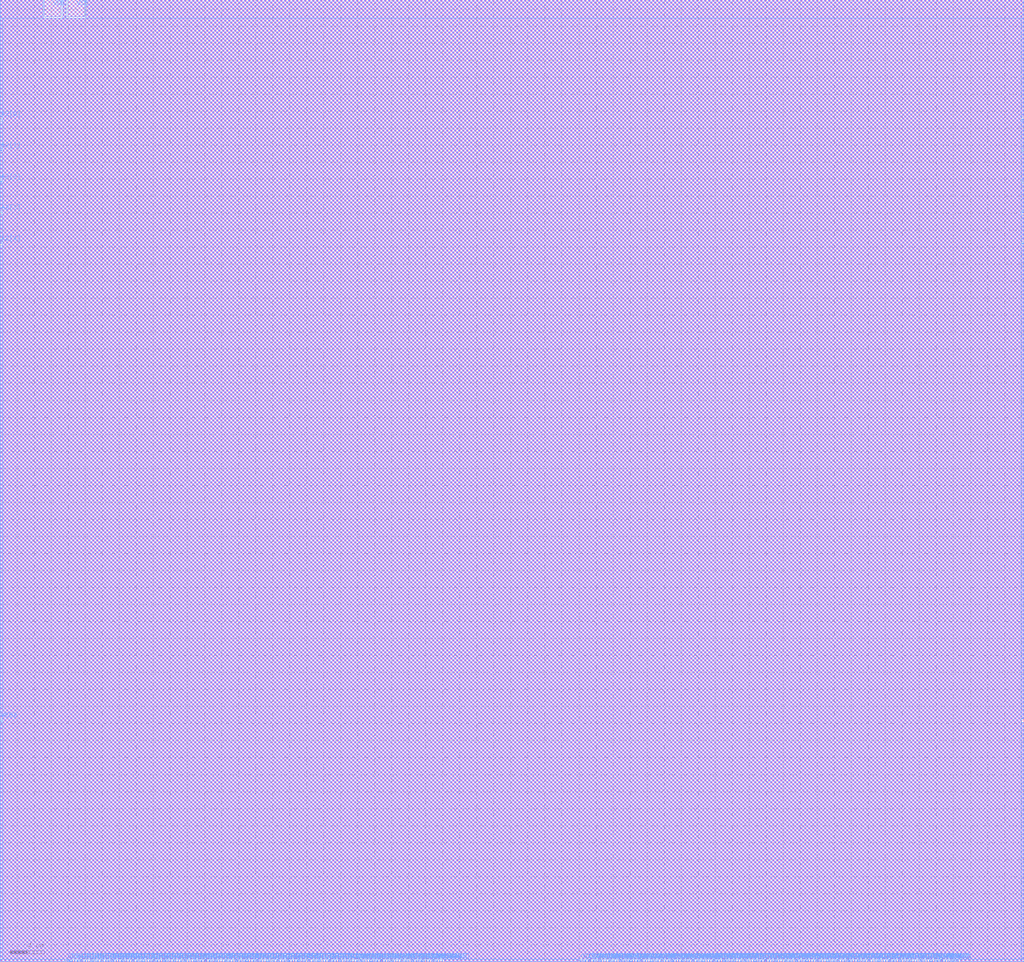
<source format=lef>
VERSION 5.5 ;
NAMESCASESENSITIVE ON ;
BUSBITCHARS "[]" ;
DIVIDERCHAR "/" ;

MACRO sram8t32x144
  CLASS BLOCK ;
  SOURCE USER ;
  ORIGIN 0 0 ;
  SIZE 120.256 BY 113.088 ;
  SYMMETRY X Y R90 ;

  PIN CE1
    DIRECTION INPUT ;
    USE SIGNAL ;
    PORT
      LAYER M2 ;
        RECT 112.480 0.000 112.632 0.152 ;
    END
    PORT
      LAYER M3 ;
        RECT 112.480 0.000 112.632 0.152 ;
    END
    PORT
      LAYER M4 ;
        RECT 112.480 0.000 112.632 0.152 ;
    END
    PORT
      LAYER M5 ;
        RECT 112.480 0.000 112.632 0.152 ;
    END
  END CE1

  PIN CSB1
    DIRECTION INPUT ;
    USE SIGNAL ;
    PORT
      LAYER M2 ;
        RECT 112.176 0.000 112.328 0.152 ;
    END
    PORT
      LAYER M3 ;
        RECT 112.176 0.000 112.328 0.152 ;
    END
    PORT
      LAYER M4 ;
        RECT 112.176 0.000 112.328 0.152 ;
    END
    PORT
      LAYER M5 ;
        RECT 112.176 0.000 112.328 0.152 ;
    END
  END CSB1

  PIN OEB1
    DIRECTION INPUT ;
    USE SIGNAL ;
    PORT
      LAYER M2 ;
        RECT 111.872 0.000 112.024 0.152 ;
    END
    PORT
      LAYER M3 ;
        RECT 111.872 0.000 112.024 0.152 ;
    END
    PORT
      LAYER M4 ;
        RECT 111.872 0.000 112.024 0.152 ;
    END
    PORT
      LAYER M5 ;
        RECT 111.872 0.000 112.024 0.152 ;
    END
  END OEB1

  PIN O1[3]
    DIRECTION OUTPUT ;
    USE SIGNAL ;
    PORT
      LAYER M2 ;
        RECT 111.568 0.000 111.720 0.152 ;
    END
    PORT
      LAYER M3 ;
        RECT 111.568 0.000 111.720 0.152 ;
    END
    PORT
      LAYER M4 ;
        RECT 111.568 0.000 111.720 0.152 ;
    END
    PORT
      LAYER M5 ;
        RECT 111.568 0.000 111.720 0.152 ;
    END
  END O1[3]

  PIN O1[2]
    DIRECTION OUTPUT ;
    USE SIGNAL ;
    PORT
      LAYER M2 ;
        RECT 111.264 0.000 111.416 0.152 ;
    END
    PORT
      LAYER M3 ;
        RECT 111.264 0.000 111.416 0.152 ;
    END
    PORT
      LAYER M4 ;
        RECT 111.264 0.000 111.416 0.152 ;
    END
    PORT
      LAYER M5 ;
        RECT 111.264 0.000 111.416 0.152 ;
    END
  END O1[2]

  PIN O1[1]
    DIRECTION OUTPUT ;
    USE SIGNAL ;
    PORT
      LAYER M2 ;
        RECT 110.960 0.000 111.112 0.152 ;
    END
    PORT
      LAYER M3 ;
        RECT 110.960 0.000 111.112 0.152 ;
    END
    PORT
      LAYER M4 ;
        RECT 110.960 0.000 111.112 0.152 ;
    END
    PORT
      LAYER M5 ;
        RECT 110.960 0.000 111.112 0.152 ;
    END
  END O1[1]

  PIN O1[0]
    DIRECTION OUTPUT ;
    USE SIGNAL ;
    PORT
      LAYER M2 ;
        RECT 110.656 0.000 110.808 0.152 ;
    END
    PORT
      LAYER M3 ;
        RECT 110.656 0.000 110.808 0.152 ;
    END
    PORT
      LAYER M4 ;
        RECT 110.656 0.000 110.808 0.152 ;
    END
    PORT
      LAYER M5 ;
        RECT 110.656 0.000 110.808 0.152 ;
    END
  END O1[0]

  PIN O1[7]
    DIRECTION OUTPUT ;
    USE SIGNAL ;
    PORT
      LAYER M2 ;
        RECT 110.352 0.000 110.504 0.152 ;
    END
    PORT
      LAYER M3 ;
        RECT 110.352 0.000 110.504 0.152 ;
    END
    PORT
      LAYER M4 ;
        RECT 110.352 0.000 110.504 0.152 ;
    END
    PORT
      LAYER M5 ;
        RECT 110.352 0.000 110.504 0.152 ;
    END
  END O1[7]

  PIN O1[6]
    DIRECTION OUTPUT ;
    USE SIGNAL ;
    PORT
      LAYER M2 ;
        RECT 110.048 0.000 110.200 0.152 ;
    END
    PORT
      LAYER M3 ;
        RECT 110.048 0.000 110.200 0.152 ;
    END
    PORT
      LAYER M4 ;
        RECT 110.048 0.000 110.200 0.152 ;
    END
    PORT
      LAYER M5 ;
        RECT 110.048 0.000 110.200 0.152 ;
    END
  END O1[6]

  PIN O1[5]
    DIRECTION OUTPUT ;
    USE SIGNAL ;
    PORT
      LAYER M2 ;
        RECT 109.744 0.000 109.896 0.152 ;
    END
    PORT
      LAYER M3 ;
        RECT 109.744 0.000 109.896 0.152 ;
    END
    PORT
      LAYER M4 ;
        RECT 109.744 0.000 109.896 0.152 ;
    END
    PORT
      LAYER M5 ;
        RECT 109.744 0.000 109.896 0.152 ;
    END
  END O1[5]

  PIN O1[4]
    DIRECTION OUTPUT ;
    USE SIGNAL ;
    PORT
      LAYER M2 ;
        RECT 109.440 0.000 109.592 0.152 ;
    END
    PORT
      LAYER M3 ;
        RECT 109.440 0.000 109.592 0.152 ;
    END
    PORT
      LAYER M4 ;
        RECT 109.440 0.000 109.592 0.152 ;
    END
    PORT
      LAYER M5 ;
        RECT 109.440 0.000 109.592 0.152 ;
    END
  END O1[4]

  PIN O1[11]
    DIRECTION OUTPUT ;
    USE SIGNAL ;
    PORT
      LAYER M2 ;
        RECT 109.136 0.000 109.288 0.152 ;
    END
    PORT
      LAYER M3 ;
        RECT 109.136 0.000 109.288 0.152 ;
    END
    PORT
      LAYER M4 ;
        RECT 109.136 0.000 109.288 0.152 ;
    END
    PORT
      LAYER M5 ;
        RECT 109.136 0.000 109.288 0.152 ;
    END
  END O1[11]

  PIN O1[10]
    DIRECTION OUTPUT ;
    USE SIGNAL ;
    PORT
      LAYER M2 ;
        RECT 108.832 0.000 108.984 0.152 ;
    END
    PORT
      LAYER M3 ;
        RECT 108.832 0.000 108.984 0.152 ;
    END
    PORT
      LAYER M4 ;
        RECT 108.832 0.000 108.984 0.152 ;
    END
    PORT
      LAYER M5 ;
        RECT 108.832 0.000 108.984 0.152 ;
    END
  END O1[10]

  PIN O1[9]
    DIRECTION OUTPUT ;
    USE SIGNAL ;
    PORT
      LAYER M2 ;
        RECT 108.528 0.000 108.680 0.152 ;
    END
    PORT
      LAYER M3 ;
        RECT 108.528 0.000 108.680 0.152 ;
    END
    PORT
      LAYER M4 ;
        RECT 108.528 0.000 108.680 0.152 ;
    END
    PORT
      LAYER M5 ;
        RECT 108.528 0.000 108.680 0.152 ;
    END
  END O1[9]

  PIN O1[8]
    DIRECTION OUTPUT ;
    USE SIGNAL ;
    PORT
      LAYER M2 ;
        RECT 108.224 0.000 108.376 0.152 ;
    END
    PORT
      LAYER M3 ;
        RECT 108.224 0.000 108.376 0.152 ;
    END
    PORT
      LAYER M4 ;
        RECT 108.224 0.000 108.376 0.152 ;
    END
    PORT
      LAYER M5 ;
        RECT 108.224 0.000 108.376 0.152 ;
    END
  END O1[8]

  PIN O1[15]
    DIRECTION OUTPUT ;
    USE SIGNAL ;
    PORT
      LAYER M2 ;
        RECT 107.920 0.000 108.072 0.152 ;
    END
    PORT
      LAYER M3 ;
        RECT 107.920 0.000 108.072 0.152 ;
    END
    PORT
      LAYER M4 ;
        RECT 107.920 0.000 108.072 0.152 ;
    END
    PORT
      LAYER M5 ;
        RECT 107.920 0.000 108.072 0.152 ;
    END
  END O1[15]

  PIN O1[14]
    DIRECTION OUTPUT ;
    USE SIGNAL ;
    PORT
      LAYER M2 ;
        RECT 107.616 0.000 107.768 0.152 ;
    END
    PORT
      LAYER M3 ;
        RECT 107.616 0.000 107.768 0.152 ;
    END
    PORT
      LAYER M4 ;
        RECT 107.616 0.000 107.768 0.152 ;
    END
    PORT
      LAYER M5 ;
        RECT 107.616 0.000 107.768 0.152 ;
    END
  END O1[14]

  PIN O1[13]
    DIRECTION OUTPUT ;
    USE SIGNAL ;
    PORT
      LAYER M2 ;
        RECT 107.312 0.000 107.464 0.152 ;
    END
    PORT
      LAYER M3 ;
        RECT 107.312 0.000 107.464 0.152 ;
    END
    PORT
      LAYER M4 ;
        RECT 107.312 0.000 107.464 0.152 ;
    END
    PORT
      LAYER M5 ;
        RECT 107.312 0.000 107.464 0.152 ;
    END
  END O1[13]

  PIN O1[12]
    DIRECTION OUTPUT ;
    USE SIGNAL ;
    PORT
      LAYER M2 ;
        RECT 107.008 0.000 107.160 0.152 ;
    END
    PORT
      LAYER M3 ;
        RECT 107.008 0.000 107.160 0.152 ;
    END
    PORT
      LAYER M4 ;
        RECT 107.008 0.000 107.160 0.152 ;
    END
    PORT
      LAYER M5 ;
        RECT 107.008 0.000 107.160 0.152 ;
    END
  END O1[12]

  PIN O1[19]
    DIRECTION OUTPUT ;
    USE SIGNAL ;
    PORT
      LAYER M2 ;
        RECT 106.704 0.000 106.856 0.152 ;
    END
    PORT
      LAYER M3 ;
        RECT 106.704 0.000 106.856 0.152 ;
    END
    PORT
      LAYER M4 ;
        RECT 106.704 0.000 106.856 0.152 ;
    END
    PORT
      LAYER M5 ;
        RECT 106.704 0.000 106.856 0.152 ;
    END
  END O1[19]

  PIN O1[18]
    DIRECTION OUTPUT ;
    USE SIGNAL ;
    PORT
      LAYER M2 ;
        RECT 106.400 0.000 106.552 0.152 ;
    END
    PORT
      LAYER M3 ;
        RECT 106.400 0.000 106.552 0.152 ;
    END
    PORT
      LAYER M4 ;
        RECT 106.400 0.000 106.552 0.152 ;
    END
    PORT
      LAYER M5 ;
        RECT 106.400 0.000 106.552 0.152 ;
    END
  END O1[18]

  PIN O1[17]
    DIRECTION OUTPUT ;
    USE SIGNAL ;
    PORT
      LAYER M2 ;
        RECT 106.096 0.000 106.248 0.152 ;
    END
    PORT
      LAYER M3 ;
        RECT 106.096 0.000 106.248 0.152 ;
    END
    PORT
      LAYER M4 ;
        RECT 106.096 0.000 106.248 0.152 ;
    END
    PORT
      LAYER M5 ;
        RECT 106.096 0.000 106.248 0.152 ;
    END
  END O1[17]

  PIN O1[16]
    DIRECTION OUTPUT ;
    USE SIGNAL ;
    PORT
      LAYER M2 ;
        RECT 105.792 0.000 105.944 0.152 ;
    END
    PORT
      LAYER M3 ;
        RECT 105.792 0.000 105.944 0.152 ;
    END
    PORT
      LAYER M4 ;
        RECT 105.792 0.000 105.944 0.152 ;
    END
    PORT
      LAYER M5 ;
        RECT 105.792 0.000 105.944 0.152 ;
    END
  END O1[16]

  PIN O1[23]
    DIRECTION OUTPUT ;
    USE SIGNAL ;
    PORT
      LAYER M2 ;
        RECT 105.488 0.000 105.640 0.152 ;
    END
    PORT
      LAYER M3 ;
        RECT 105.488 0.000 105.640 0.152 ;
    END
    PORT
      LAYER M4 ;
        RECT 105.488 0.000 105.640 0.152 ;
    END
    PORT
      LAYER M5 ;
        RECT 105.488 0.000 105.640 0.152 ;
    END
  END O1[23]

  PIN O1[22]
    DIRECTION OUTPUT ;
    USE SIGNAL ;
    PORT
      LAYER M2 ;
        RECT 105.184 0.000 105.336 0.152 ;
    END
    PORT
      LAYER M3 ;
        RECT 105.184 0.000 105.336 0.152 ;
    END
    PORT
      LAYER M4 ;
        RECT 105.184 0.000 105.336 0.152 ;
    END
    PORT
      LAYER M5 ;
        RECT 105.184 0.000 105.336 0.152 ;
    END
  END O1[22]

  PIN O1[21]
    DIRECTION OUTPUT ;
    USE SIGNAL ;
    PORT
      LAYER M2 ;
        RECT 104.880 0.000 105.032 0.152 ;
    END
    PORT
      LAYER M3 ;
        RECT 104.880 0.000 105.032 0.152 ;
    END
    PORT
      LAYER M4 ;
        RECT 104.880 0.000 105.032 0.152 ;
    END
    PORT
      LAYER M5 ;
        RECT 104.880 0.000 105.032 0.152 ;
    END
  END O1[21]

  PIN O1[20]
    DIRECTION OUTPUT ;
    USE SIGNAL ;
    PORT
      LAYER M2 ;
        RECT 104.576 0.000 104.728 0.152 ;
    END
    PORT
      LAYER M3 ;
        RECT 104.576 0.000 104.728 0.152 ;
    END
    PORT
      LAYER M4 ;
        RECT 104.576 0.000 104.728 0.152 ;
    END
    PORT
      LAYER M5 ;
        RECT 104.576 0.000 104.728 0.152 ;
    END
  END O1[20]

  PIN O1[27]
    DIRECTION OUTPUT ;
    USE SIGNAL ;
    PORT
      LAYER M2 ;
        RECT 104.272 0.000 104.424 0.152 ;
    END
    PORT
      LAYER M3 ;
        RECT 104.272 0.000 104.424 0.152 ;
    END
    PORT
      LAYER M4 ;
        RECT 104.272 0.000 104.424 0.152 ;
    END
    PORT
      LAYER M5 ;
        RECT 104.272 0.000 104.424 0.152 ;
    END
  END O1[27]

  PIN O1[26]
    DIRECTION OUTPUT ;
    USE SIGNAL ;
    PORT
      LAYER M2 ;
        RECT 103.968 0.000 104.120 0.152 ;
    END
    PORT
      LAYER M3 ;
        RECT 103.968 0.000 104.120 0.152 ;
    END
    PORT
      LAYER M4 ;
        RECT 103.968 0.000 104.120 0.152 ;
    END
    PORT
      LAYER M5 ;
        RECT 103.968 0.000 104.120 0.152 ;
    END
  END O1[26]

  PIN O1[25]
    DIRECTION OUTPUT ;
    USE SIGNAL ;
    PORT
      LAYER M2 ;
        RECT 103.664 0.000 103.816 0.152 ;
    END
    PORT
      LAYER M3 ;
        RECT 103.664 0.000 103.816 0.152 ;
    END
    PORT
      LAYER M4 ;
        RECT 103.664 0.000 103.816 0.152 ;
    END
    PORT
      LAYER M5 ;
        RECT 103.664 0.000 103.816 0.152 ;
    END
  END O1[25]

  PIN O1[24]
    DIRECTION OUTPUT ;
    USE SIGNAL ;
    PORT
      LAYER M2 ;
        RECT 103.360 0.000 103.512 0.152 ;
    END
    PORT
      LAYER M3 ;
        RECT 103.360 0.000 103.512 0.152 ;
    END
    PORT
      LAYER M4 ;
        RECT 103.360 0.000 103.512 0.152 ;
    END
    PORT
      LAYER M5 ;
        RECT 103.360 0.000 103.512 0.152 ;
    END
  END O1[24]

  PIN O1[31]
    DIRECTION OUTPUT ;
    USE SIGNAL ;
    PORT
      LAYER M2 ;
        RECT 103.056 0.000 103.208 0.152 ;
    END
    PORT
      LAYER M3 ;
        RECT 103.056 0.000 103.208 0.152 ;
    END
    PORT
      LAYER M4 ;
        RECT 103.056 0.000 103.208 0.152 ;
    END
    PORT
      LAYER M5 ;
        RECT 103.056 0.000 103.208 0.152 ;
    END
  END O1[31]

  PIN O1[30]
    DIRECTION OUTPUT ;
    USE SIGNAL ;
    PORT
      LAYER M2 ;
        RECT 102.752 0.000 102.904 0.152 ;
    END
    PORT
      LAYER M3 ;
        RECT 102.752 0.000 102.904 0.152 ;
    END
    PORT
      LAYER M4 ;
        RECT 102.752 0.000 102.904 0.152 ;
    END
    PORT
      LAYER M5 ;
        RECT 102.752 0.000 102.904 0.152 ;
    END
  END O1[30]

  PIN O1[29]
    DIRECTION OUTPUT ;
    USE SIGNAL ;
    PORT
      LAYER M2 ;
        RECT 102.448 0.000 102.600 0.152 ;
    END
    PORT
      LAYER M3 ;
        RECT 102.448 0.000 102.600 0.152 ;
    END
    PORT
      LAYER M4 ;
        RECT 102.448 0.000 102.600 0.152 ;
    END
    PORT
      LAYER M5 ;
        RECT 102.448 0.000 102.600 0.152 ;
    END
  END O1[29]

  PIN O1[28]
    DIRECTION OUTPUT ;
    USE SIGNAL ;
    PORT
      LAYER M2 ;
        RECT 102.144 0.000 102.296 0.152 ;
    END
    PORT
      LAYER M3 ;
        RECT 102.144 0.000 102.296 0.152 ;
    END
    PORT
      LAYER M4 ;
        RECT 102.144 0.000 102.296 0.152 ;
    END
    PORT
      LAYER M5 ;
        RECT 102.144 0.000 102.296 0.152 ;
    END
  END O1[28]

  PIN O1[35]
    DIRECTION OUTPUT ;
    USE SIGNAL ;
    PORT
      LAYER M2 ;
        RECT 101.840 0.000 101.992 0.152 ;
    END
    PORT
      LAYER M3 ;
        RECT 101.840 0.000 101.992 0.152 ;
    END
    PORT
      LAYER M4 ;
        RECT 101.840 0.000 101.992 0.152 ;
    END
    PORT
      LAYER M5 ;
        RECT 101.840 0.000 101.992 0.152 ;
    END
  END O1[35]

  PIN O1[34]
    DIRECTION OUTPUT ;
    USE SIGNAL ;
    PORT
      LAYER M2 ;
        RECT 101.536 0.000 101.688 0.152 ;
    END
    PORT
      LAYER M3 ;
        RECT 101.536 0.000 101.688 0.152 ;
    END
    PORT
      LAYER M4 ;
        RECT 101.536 0.000 101.688 0.152 ;
    END
    PORT
      LAYER M5 ;
        RECT 101.536 0.000 101.688 0.152 ;
    END
  END O1[34]

  PIN O1[33]
    DIRECTION OUTPUT ;
    USE SIGNAL ;
    PORT
      LAYER M2 ;
        RECT 101.232 0.000 101.384 0.152 ;
    END
    PORT
      LAYER M3 ;
        RECT 101.232 0.000 101.384 0.152 ;
    END
    PORT
      LAYER M4 ;
        RECT 101.232 0.000 101.384 0.152 ;
    END
    PORT
      LAYER M5 ;
        RECT 101.232 0.000 101.384 0.152 ;
    END
  END O1[33]

  PIN O1[32]
    DIRECTION OUTPUT ;
    USE SIGNAL ;
    PORT
      LAYER M2 ;
        RECT 100.928 0.000 101.080 0.152 ;
    END
    PORT
      LAYER M3 ;
        RECT 100.928 0.000 101.080 0.152 ;
    END
    PORT
      LAYER M4 ;
        RECT 100.928 0.000 101.080 0.152 ;
    END
    PORT
      LAYER M5 ;
        RECT 100.928 0.000 101.080 0.152 ;
    END
  END O1[32]

  PIN O1[39]
    DIRECTION OUTPUT ;
    USE SIGNAL ;
    PORT
      LAYER M2 ;
        RECT 100.624 0.000 100.776 0.152 ;
    END
    PORT
      LAYER M3 ;
        RECT 100.624 0.000 100.776 0.152 ;
    END
    PORT
      LAYER M4 ;
        RECT 100.624 0.000 100.776 0.152 ;
    END
    PORT
      LAYER M5 ;
        RECT 100.624 0.000 100.776 0.152 ;
    END
  END O1[39]

  PIN O1[38]
    DIRECTION OUTPUT ;
    USE SIGNAL ;
    PORT
      LAYER M2 ;
        RECT 100.320 0.000 100.472 0.152 ;
    END
    PORT
      LAYER M3 ;
        RECT 100.320 0.000 100.472 0.152 ;
    END
    PORT
      LAYER M4 ;
        RECT 100.320 0.000 100.472 0.152 ;
    END
    PORT
      LAYER M5 ;
        RECT 100.320 0.000 100.472 0.152 ;
    END
  END O1[38]

  PIN O1[37]
    DIRECTION OUTPUT ;
    USE SIGNAL ;
    PORT
      LAYER M2 ;
        RECT 100.016 0.000 100.168 0.152 ;
    END
    PORT
      LAYER M3 ;
        RECT 100.016 0.000 100.168 0.152 ;
    END
    PORT
      LAYER M4 ;
        RECT 100.016 0.000 100.168 0.152 ;
    END
    PORT
      LAYER M5 ;
        RECT 100.016 0.000 100.168 0.152 ;
    END
  END O1[37]

  PIN O1[36]
    DIRECTION OUTPUT ;
    USE SIGNAL ;
    PORT
      LAYER M2 ;
        RECT 99.712 0.000 99.864 0.152 ;
    END
    PORT
      LAYER M3 ;
        RECT 99.712 0.000 99.864 0.152 ;
    END
    PORT
      LAYER M4 ;
        RECT 99.712 0.000 99.864 0.152 ;
    END
    PORT
      LAYER M5 ;
        RECT 99.712 0.000 99.864 0.152 ;
    END
  END O1[36]

  PIN O1[43]
    DIRECTION OUTPUT ;
    USE SIGNAL ;
    PORT
      LAYER M2 ;
        RECT 99.408 0.000 99.560 0.152 ;
    END
    PORT
      LAYER M3 ;
        RECT 99.408 0.000 99.560 0.152 ;
    END
    PORT
      LAYER M4 ;
        RECT 99.408 0.000 99.560 0.152 ;
    END
    PORT
      LAYER M5 ;
        RECT 99.408 0.000 99.560 0.152 ;
    END
  END O1[43]

  PIN O1[42]
    DIRECTION OUTPUT ;
    USE SIGNAL ;
    PORT
      LAYER M2 ;
        RECT 99.104 0.000 99.256 0.152 ;
    END
    PORT
      LAYER M3 ;
        RECT 99.104 0.000 99.256 0.152 ;
    END
    PORT
      LAYER M4 ;
        RECT 99.104 0.000 99.256 0.152 ;
    END
    PORT
      LAYER M5 ;
        RECT 99.104 0.000 99.256 0.152 ;
    END
  END O1[42]

  PIN O1[41]
    DIRECTION OUTPUT ;
    USE SIGNAL ;
    PORT
      LAYER M2 ;
        RECT 98.800 0.000 98.952 0.152 ;
    END
    PORT
      LAYER M3 ;
        RECT 98.800 0.000 98.952 0.152 ;
    END
    PORT
      LAYER M4 ;
        RECT 98.800 0.000 98.952 0.152 ;
    END
    PORT
      LAYER M5 ;
        RECT 98.800 0.000 98.952 0.152 ;
    END
  END O1[41]

  PIN O1[40]
    DIRECTION OUTPUT ;
    USE SIGNAL ;
    PORT
      LAYER M2 ;
        RECT 98.496 0.000 98.648 0.152 ;
    END
    PORT
      LAYER M3 ;
        RECT 98.496 0.000 98.648 0.152 ;
    END
    PORT
      LAYER M4 ;
        RECT 98.496 0.000 98.648 0.152 ;
    END
    PORT
      LAYER M5 ;
        RECT 98.496 0.000 98.648 0.152 ;
    END
  END O1[40]

  PIN O1[47]
    DIRECTION OUTPUT ;
    USE SIGNAL ;
    PORT
      LAYER M2 ;
        RECT 98.192 0.000 98.344 0.152 ;
    END
    PORT
      LAYER M3 ;
        RECT 98.192 0.000 98.344 0.152 ;
    END
    PORT
      LAYER M4 ;
        RECT 98.192 0.000 98.344 0.152 ;
    END
    PORT
      LAYER M5 ;
        RECT 98.192 0.000 98.344 0.152 ;
    END
  END O1[47]

  PIN O1[46]
    DIRECTION OUTPUT ;
    USE SIGNAL ;
    PORT
      LAYER M2 ;
        RECT 97.888 0.000 98.040 0.152 ;
    END
    PORT
      LAYER M3 ;
        RECT 97.888 0.000 98.040 0.152 ;
    END
    PORT
      LAYER M4 ;
        RECT 97.888 0.000 98.040 0.152 ;
    END
    PORT
      LAYER M5 ;
        RECT 97.888 0.000 98.040 0.152 ;
    END
  END O1[46]

  PIN O1[45]
    DIRECTION OUTPUT ;
    USE SIGNAL ;
    PORT
      LAYER M2 ;
        RECT 97.584 0.000 97.736 0.152 ;
    END
    PORT
      LAYER M3 ;
        RECT 97.584 0.000 97.736 0.152 ;
    END
    PORT
      LAYER M4 ;
        RECT 97.584 0.000 97.736 0.152 ;
    END
    PORT
      LAYER M5 ;
        RECT 97.584 0.000 97.736 0.152 ;
    END
  END O1[45]

  PIN O1[44]
    DIRECTION OUTPUT ;
    USE SIGNAL ;
    PORT
      LAYER M2 ;
        RECT 97.280 0.000 97.432 0.152 ;
    END
    PORT
      LAYER M3 ;
        RECT 97.280 0.000 97.432 0.152 ;
    END
    PORT
      LAYER M4 ;
        RECT 97.280 0.000 97.432 0.152 ;
    END
    PORT
      LAYER M5 ;
        RECT 97.280 0.000 97.432 0.152 ;
    END
  END O1[44]

  PIN O1[51]
    DIRECTION OUTPUT ;
    USE SIGNAL ;
    PORT
      LAYER M2 ;
        RECT 96.976 0.000 97.128 0.152 ;
    END
    PORT
      LAYER M3 ;
        RECT 96.976 0.000 97.128 0.152 ;
    END
    PORT
      LAYER M4 ;
        RECT 96.976 0.000 97.128 0.152 ;
    END
    PORT
      LAYER M5 ;
        RECT 96.976 0.000 97.128 0.152 ;
    END
  END O1[51]

  PIN O1[50]
    DIRECTION OUTPUT ;
    USE SIGNAL ;
    PORT
      LAYER M2 ;
        RECT 96.672 0.000 96.824 0.152 ;
    END
    PORT
      LAYER M3 ;
        RECT 96.672 0.000 96.824 0.152 ;
    END
    PORT
      LAYER M4 ;
        RECT 96.672 0.000 96.824 0.152 ;
    END
    PORT
      LAYER M5 ;
        RECT 96.672 0.000 96.824 0.152 ;
    END
  END O1[50]

  PIN O1[49]
    DIRECTION OUTPUT ;
    USE SIGNAL ;
    PORT
      LAYER M2 ;
        RECT 96.368 0.000 96.520 0.152 ;
    END
    PORT
      LAYER M3 ;
        RECT 96.368 0.000 96.520 0.152 ;
    END
    PORT
      LAYER M4 ;
        RECT 96.368 0.000 96.520 0.152 ;
    END
    PORT
      LAYER M5 ;
        RECT 96.368 0.000 96.520 0.152 ;
    END
  END O1[49]

  PIN O1[48]
    DIRECTION OUTPUT ;
    USE SIGNAL ;
    PORT
      LAYER M2 ;
        RECT 96.064 0.000 96.216 0.152 ;
    END
    PORT
      LAYER M3 ;
        RECT 96.064 0.000 96.216 0.152 ;
    END
    PORT
      LAYER M4 ;
        RECT 96.064 0.000 96.216 0.152 ;
    END
    PORT
      LAYER M5 ;
        RECT 96.064 0.000 96.216 0.152 ;
    END
  END O1[48]

  PIN O1[55]
    DIRECTION OUTPUT ;
    USE SIGNAL ;
    PORT
      LAYER M2 ;
        RECT 95.760 0.000 95.912 0.152 ;
    END
    PORT
      LAYER M3 ;
        RECT 95.760 0.000 95.912 0.152 ;
    END
    PORT
      LAYER M4 ;
        RECT 95.760 0.000 95.912 0.152 ;
    END
    PORT
      LAYER M5 ;
        RECT 95.760 0.000 95.912 0.152 ;
    END
  END O1[55]

  PIN O1[54]
    DIRECTION OUTPUT ;
    USE SIGNAL ;
    PORT
      LAYER M2 ;
        RECT 95.456 0.000 95.608 0.152 ;
    END
    PORT
      LAYER M3 ;
        RECT 95.456 0.000 95.608 0.152 ;
    END
    PORT
      LAYER M4 ;
        RECT 95.456 0.000 95.608 0.152 ;
    END
    PORT
      LAYER M5 ;
        RECT 95.456 0.000 95.608 0.152 ;
    END
  END O1[54]

  PIN O1[53]
    DIRECTION OUTPUT ;
    USE SIGNAL ;
    PORT
      LAYER M2 ;
        RECT 95.152 0.000 95.304 0.152 ;
    END
    PORT
      LAYER M3 ;
        RECT 95.152 0.000 95.304 0.152 ;
    END
    PORT
      LAYER M4 ;
        RECT 95.152 0.000 95.304 0.152 ;
    END
    PORT
      LAYER M5 ;
        RECT 95.152 0.000 95.304 0.152 ;
    END
  END O1[53]

  PIN O1[52]
    DIRECTION OUTPUT ;
    USE SIGNAL ;
    PORT
      LAYER M2 ;
        RECT 94.848 0.000 95.000 0.152 ;
    END
    PORT
      LAYER M3 ;
        RECT 94.848 0.000 95.000 0.152 ;
    END
    PORT
      LAYER M4 ;
        RECT 94.848 0.000 95.000 0.152 ;
    END
    PORT
      LAYER M5 ;
        RECT 94.848 0.000 95.000 0.152 ;
    END
  END O1[52]

  PIN O1[59]
    DIRECTION OUTPUT ;
    USE SIGNAL ;
    PORT
      LAYER M2 ;
        RECT 94.544 0.000 94.696 0.152 ;
    END
    PORT
      LAYER M3 ;
        RECT 94.544 0.000 94.696 0.152 ;
    END
    PORT
      LAYER M4 ;
        RECT 94.544 0.000 94.696 0.152 ;
    END
    PORT
      LAYER M5 ;
        RECT 94.544 0.000 94.696 0.152 ;
    END
  END O1[59]

  PIN O1[58]
    DIRECTION OUTPUT ;
    USE SIGNAL ;
    PORT
      LAYER M2 ;
        RECT 94.240 0.000 94.392 0.152 ;
    END
    PORT
      LAYER M3 ;
        RECT 94.240 0.000 94.392 0.152 ;
    END
    PORT
      LAYER M4 ;
        RECT 94.240 0.000 94.392 0.152 ;
    END
    PORT
      LAYER M5 ;
        RECT 94.240 0.000 94.392 0.152 ;
    END
  END O1[58]

  PIN O1[57]
    DIRECTION OUTPUT ;
    USE SIGNAL ;
    PORT
      LAYER M2 ;
        RECT 93.936 0.000 94.088 0.152 ;
    END
    PORT
      LAYER M3 ;
        RECT 93.936 0.000 94.088 0.152 ;
    END
    PORT
      LAYER M4 ;
        RECT 93.936 0.000 94.088 0.152 ;
    END
    PORT
      LAYER M5 ;
        RECT 93.936 0.000 94.088 0.152 ;
    END
  END O1[57]

  PIN O1[56]
    DIRECTION OUTPUT ;
    USE SIGNAL ;
    PORT
      LAYER M2 ;
        RECT 93.632 0.000 93.784 0.152 ;
    END
    PORT
      LAYER M3 ;
        RECT 93.632 0.000 93.784 0.152 ;
    END
    PORT
      LAYER M4 ;
        RECT 93.632 0.000 93.784 0.152 ;
    END
    PORT
      LAYER M5 ;
        RECT 93.632 0.000 93.784 0.152 ;
    END
  END O1[56]

  PIN O1[63]
    DIRECTION OUTPUT ;
    USE SIGNAL ;
    PORT
      LAYER M2 ;
        RECT 93.328 0.000 93.480 0.152 ;
    END
    PORT
      LAYER M3 ;
        RECT 93.328 0.000 93.480 0.152 ;
    END
    PORT
      LAYER M4 ;
        RECT 93.328 0.000 93.480 0.152 ;
    END
    PORT
      LAYER M5 ;
        RECT 93.328 0.000 93.480 0.152 ;
    END
  END O1[63]

  PIN O1[62]
    DIRECTION OUTPUT ;
    USE SIGNAL ;
    PORT
      LAYER M2 ;
        RECT 93.024 0.000 93.176 0.152 ;
    END
    PORT
      LAYER M3 ;
        RECT 93.024 0.000 93.176 0.152 ;
    END
    PORT
      LAYER M4 ;
        RECT 93.024 0.000 93.176 0.152 ;
    END
    PORT
      LAYER M5 ;
        RECT 93.024 0.000 93.176 0.152 ;
    END
  END O1[62]

  PIN O1[61]
    DIRECTION OUTPUT ;
    USE SIGNAL ;
    PORT
      LAYER M2 ;
        RECT 92.720 0.000 92.872 0.152 ;
    END
    PORT
      LAYER M3 ;
        RECT 92.720 0.000 92.872 0.152 ;
    END
    PORT
      LAYER M4 ;
        RECT 92.720 0.000 92.872 0.152 ;
    END
    PORT
      LAYER M5 ;
        RECT 92.720 0.000 92.872 0.152 ;
    END
  END O1[61]

  PIN O1[60]
    DIRECTION OUTPUT ;
    USE SIGNAL ;
    PORT
      LAYER M2 ;
        RECT 92.416 0.000 92.568 0.152 ;
    END
    PORT
      LAYER M3 ;
        RECT 92.416 0.000 92.568 0.152 ;
    END
    PORT
      LAYER M4 ;
        RECT 92.416 0.000 92.568 0.152 ;
    END
    PORT
      LAYER M5 ;
        RECT 92.416 0.000 92.568 0.152 ;
    END
  END O1[60]

  PIN O1[67]
    DIRECTION OUTPUT ;
    USE SIGNAL ;
    PORT
      LAYER M2 ;
        RECT 92.112 0.000 92.264 0.152 ;
    END
    PORT
      LAYER M3 ;
        RECT 92.112 0.000 92.264 0.152 ;
    END
    PORT
      LAYER M4 ;
        RECT 92.112 0.000 92.264 0.152 ;
    END
    PORT
      LAYER M5 ;
        RECT 92.112 0.000 92.264 0.152 ;
    END
  END O1[67]

  PIN O1[66]
    DIRECTION OUTPUT ;
    USE SIGNAL ;
    PORT
      LAYER M2 ;
        RECT 91.808 0.000 91.960 0.152 ;
    END
    PORT
      LAYER M3 ;
        RECT 91.808 0.000 91.960 0.152 ;
    END
    PORT
      LAYER M4 ;
        RECT 91.808 0.000 91.960 0.152 ;
    END
    PORT
      LAYER M5 ;
        RECT 91.808 0.000 91.960 0.152 ;
    END
  END O1[66]

  PIN O1[65]
    DIRECTION OUTPUT ;
    USE SIGNAL ;
    PORT
      LAYER M2 ;
        RECT 91.504 0.000 91.656 0.152 ;
    END
    PORT
      LAYER M3 ;
        RECT 91.504 0.000 91.656 0.152 ;
    END
    PORT
      LAYER M4 ;
        RECT 91.504 0.000 91.656 0.152 ;
    END
    PORT
      LAYER M5 ;
        RECT 91.504 0.000 91.656 0.152 ;
    END
  END O1[65]

  PIN O1[64]
    DIRECTION OUTPUT ;
    USE SIGNAL ;
    PORT
      LAYER M2 ;
        RECT 91.200 0.000 91.352 0.152 ;
    END
    PORT
      LAYER M3 ;
        RECT 91.200 0.000 91.352 0.152 ;
    END
    PORT
      LAYER M4 ;
        RECT 91.200 0.000 91.352 0.152 ;
    END
    PORT
      LAYER M5 ;
        RECT 91.200 0.000 91.352 0.152 ;
    END
  END O1[64]

  PIN O1[71]
    DIRECTION OUTPUT ;
    USE SIGNAL ;
    PORT
      LAYER M2 ;
        RECT 90.896 0.000 91.048 0.152 ;
    END
    PORT
      LAYER M3 ;
        RECT 90.896 0.000 91.048 0.152 ;
    END
    PORT
      LAYER M4 ;
        RECT 90.896 0.000 91.048 0.152 ;
    END
    PORT
      LAYER M5 ;
        RECT 90.896 0.000 91.048 0.152 ;
    END
  END O1[71]

  PIN O1[70]
    DIRECTION OUTPUT ;
    USE SIGNAL ;
    PORT
      LAYER M2 ;
        RECT 90.592 0.000 90.744 0.152 ;
    END
    PORT
      LAYER M3 ;
        RECT 90.592 0.000 90.744 0.152 ;
    END
    PORT
      LAYER M4 ;
        RECT 90.592 0.000 90.744 0.152 ;
    END
    PORT
      LAYER M5 ;
        RECT 90.592 0.000 90.744 0.152 ;
    END
  END O1[70]

  PIN O1[69]
    DIRECTION OUTPUT ;
    USE SIGNAL ;
    PORT
      LAYER M2 ;
        RECT 90.288 0.000 90.440 0.152 ;
    END
    PORT
      LAYER M3 ;
        RECT 90.288 0.000 90.440 0.152 ;
    END
    PORT
      LAYER M4 ;
        RECT 90.288 0.000 90.440 0.152 ;
    END
    PORT
      LAYER M5 ;
        RECT 90.288 0.000 90.440 0.152 ;
    END
  END O1[69]

  PIN O1[68]
    DIRECTION OUTPUT ;
    USE SIGNAL ;
    PORT
      LAYER M2 ;
        RECT 89.984 0.000 90.136 0.152 ;
    END
    PORT
      LAYER M3 ;
        RECT 89.984 0.000 90.136 0.152 ;
    END
    PORT
      LAYER M4 ;
        RECT 89.984 0.000 90.136 0.152 ;
    END
    PORT
      LAYER M5 ;
        RECT 89.984 0.000 90.136 0.152 ;
    END
  END O1[68]

  PIN O1[75]
    DIRECTION OUTPUT ;
    USE SIGNAL ;
    PORT
      LAYER M2 ;
        RECT 89.680 0.000 89.832 0.152 ;
    END
    PORT
      LAYER M3 ;
        RECT 89.680 0.000 89.832 0.152 ;
    END
    PORT
      LAYER M4 ;
        RECT 89.680 0.000 89.832 0.152 ;
    END
    PORT
      LAYER M5 ;
        RECT 89.680 0.000 89.832 0.152 ;
    END
  END O1[75]

  PIN O1[74]
    DIRECTION OUTPUT ;
    USE SIGNAL ;
    PORT
      LAYER M2 ;
        RECT 89.376 0.000 89.528 0.152 ;
    END
    PORT
      LAYER M3 ;
        RECT 89.376 0.000 89.528 0.152 ;
    END
    PORT
      LAYER M4 ;
        RECT 89.376 0.000 89.528 0.152 ;
    END
    PORT
      LAYER M5 ;
        RECT 89.376 0.000 89.528 0.152 ;
    END
  END O1[74]

  PIN O1[73]
    DIRECTION OUTPUT ;
    USE SIGNAL ;
    PORT
      LAYER M2 ;
        RECT 89.072 0.000 89.224 0.152 ;
    END
    PORT
      LAYER M3 ;
        RECT 89.072 0.000 89.224 0.152 ;
    END
    PORT
      LAYER M4 ;
        RECT 89.072 0.000 89.224 0.152 ;
    END
    PORT
      LAYER M5 ;
        RECT 89.072 0.000 89.224 0.152 ;
    END
  END O1[73]

  PIN O1[72]
    DIRECTION OUTPUT ;
    USE SIGNAL ;
    PORT
      LAYER M2 ;
        RECT 88.768 0.000 88.920 0.152 ;
    END
    PORT
      LAYER M3 ;
        RECT 88.768 0.000 88.920 0.152 ;
    END
    PORT
      LAYER M4 ;
        RECT 88.768 0.000 88.920 0.152 ;
    END
    PORT
      LAYER M5 ;
        RECT 88.768 0.000 88.920 0.152 ;
    END
  END O1[72]

  PIN O1[79]
    DIRECTION OUTPUT ;
    USE SIGNAL ;
    PORT
      LAYER M2 ;
        RECT 88.464 0.000 88.616 0.152 ;
    END
    PORT
      LAYER M3 ;
        RECT 88.464 0.000 88.616 0.152 ;
    END
    PORT
      LAYER M4 ;
        RECT 88.464 0.000 88.616 0.152 ;
    END
    PORT
      LAYER M5 ;
        RECT 88.464 0.000 88.616 0.152 ;
    END
  END O1[79]

  PIN O1[78]
    DIRECTION OUTPUT ;
    USE SIGNAL ;
    PORT
      LAYER M2 ;
        RECT 88.160 0.000 88.312 0.152 ;
    END
    PORT
      LAYER M3 ;
        RECT 88.160 0.000 88.312 0.152 ;
    END
    PORT
      LAYER M4 ;
        RECT 88.160 0.000 88.312 0.152 ;
    END
    PORT
      LAYER M5 ;
        RECT 88.160 0.000 88.312 0.152 ;
    END
  END O1[78]

  PIN O1[77]
    DIRECTION OUTPUT ;
    USE SIGNAL ;
    PORT
      LAYER M2 ;
        RECT 87.856 0.000 88.008 0.152 ;
    END
    PORT
      LAYER M3 ;
        RECT 87.856 0.000 88.008 0.152 ;
    END
    PORT
      LAYER M4 ;
        RECT 87.856 0.000 88.008 0.152 ;
    END
    PORT
      LAYER M5 ;
        RECT 87.856 0.000 88.008 0.152 ;
    END
  END O1[77]

  PIN O1[76]
    DIRECTION OUTPUT ;
    USE SIGNAL ;
    PORT
      LAYER M2 ;
        RECT 87.552 0.000 87.704 0.152 ;
    END
    PORT
      LAYER M3 ;
        RECT 87.552 0.000 87.704 0.152 ;
    END
    PORT
      LAYER M4 ;
        RECT 87.552 0.000 87.704 0.152 ;
    END
    PORT
      LAYER M5 ;
        RECT 87.552 0.000 87.704 0.152 ;
    END
  END O1[76]

  PIN O1[83]
    DIRECTION OUTPUT ;
    USE SIGNAL ;
    PORT
      LAYER M2 ;
        RECT 87.248 0.000 87.400 0.152 ;
    END
    PORT
      LAYER M3 ;
        RECT 87.248 0.000 87.400 0.152 ;
    END
    PORT
      LAYER M4 ;
        RECT 87.248 0.000 87.400 0.152 ;
    END
    PORT
      LAYER M5 ;
        RECT 87.248 0.000 87.400 0.152 ;
    END
  END O1[83]

  PIN O1[82]
    DIRECTION OUTPUT ;
    USE SIGNAL ;
    PORT
      LAYER M2 ;
        RECT 86.944 0.000 87.096 0.152 ;
    END
    PORT
      LAYER M3 ;
        RECT 86.944 0.000 87.096 0.152 ;
    END
    PORT
      LAYER M4 ;
        RECT 86.944 0.000 87.096 0.152 ;
    END
    PORT
      LAYER M5 ;
        RECT 86.944 0.000 87.096 0.152 ;
    END
  END O1[82]

  PIN O1[81]
    DIRECTION OUTPUT ;
    USE SIGNAL ;
    PORT
      LAYER M2 ;
        RECT 86.640 0.000 86.792 0.152 ;
    END
    PORT
      LAYER M3 ;
        RECT 86.640 0.000 86.792 0.152 ;
    END
    PORT
      LAYER M4 ;
        RECT 86.640 0.000 86.792 0.152 ;
    END
    PORT
      LAYER M5 ;
        RECT 86.640 0.000 86.792 0.152 ;
    END
  END O1[81]

  PIN O1[80]
    DIRECTION OUTPUT ;
    USE SIGNAL ;
    PORT
      LAYER M2 ;
        RECT 86.336 0.000 86.488 0.152 ;
    END
    PORT
      LAYER M3 ;
        RECT 86.336 0.000 86.488 0.152 ;
    END
    PORT
      LAYER M4 ;
        RECT 86.336 0.000 86.488 0.152 ;
    END
    PORT
      LAYER M5 ;
        RECT 86.336 0.000 86.488 0.152 ;
    END
  END O1[80]

  PIN O1[87]
    DIRECTION OUTPUT ;
    USE SIGNAL ;
    PORT
      LAYER M2 ;
        RECT 86.032 0.000 86.184 0.152 ;
    END
    PORT
      LAYER M3 ;
        RECT 86.032 0.000 86.184 0.152 ;
    END
    PORT
      LAYER M4 ;
        RECT 86.032 0.000 86.184 0.152 ;
    END
    PORT
      LAYER M5 ;
        RECT 86.032 0.000 86.184 0.152 ;
    END
  END O1[87]

  PIN O1[86]
    DIRECTION OUTPUT ;
    USE SIGNAL ;
    PORT
      LAYER M2 ;
        RECT 85.728 0.000 85.880 0.152 ;
    END
    PORT
      LAYER M3 ;
        RECT 85.728 0.000 85.880 0.152 ;
    END
    PORT
      LAYER M4 ;
        RECT 85.728 0.000 85.880 0.152 ;
    END
    PORT
      LAYER M5 ;
        RECT 85.728 0.000 85.880 0.152 ;
    END
  END O1[86]

  PIN O1[85]
    DIRECTION OUTPUT ;
    USE SIGNAL ;
    PORT
      LAYER M2 ;
        RECT 85.424 0.000 85.576 0.152 ;
    END
    PORT
      LAYER M3 ;
        RECT 85.424 0.000 85.576 0.152 ;
    END
    PORT
      LAYER M4 ;
        RECT 85.424 0.000 85.576 0.152 ;
    END
    PORT
      LAYER M5 ;
        RECT 85.424 0.000 85.576 0.152 ;
    END
  END O1[85]

  PIN O1[84]
    DIRECTION OUTPUT ;
    USE SIGNAL ;
    PORT
      LAYER M2 ;
        RECT 85.120 0.000 85.272 0.152 ;
    END
    PORT
      LAYER M3 ;
        RECT 85.120 0.000 85.272 0.152 ;
    END
    PORT
      LAYER M4 ;
        RECT 85.120 0.000 85.272 0.152 ;
    END
    PORT
      LAYER M5 ;
        RECT 85.120 0.000 85.272 0.152 ;
    END
  END O1[84]

  PIN O1[91]
    DIRECTION OUTPUT ;
    USE SIGNAL ;
    PORT
      LAYER M2 ;
        RECT 84.816 0.000 84.968 0.152 ;
    END
    PORT
      LAYER M3 ;
        RECT 84.816 0.000 84.968 0.152 ;
    END
    PORT
      LAYER M4 ;
        RECT 84.816 0.000 84.968 0.152 ;
    END
    PORT
      LAYER M5 ;
        RECT 84.816 0.000 84.968 0.152 ;
    END
  END O1[91]

  PIN O1[90]
    DIRECTION OUTPUT ;
    USE SIGNAL ;
    PORT
      LAYER M2 ;
        RECT 84.512 0.000 84.664 0.152 ;
    END
    PORT
      LAYER M3 ;
        RECT 84.512 0.000 84.664 0.152 ;
    END
    PORT
      LAYER M4 ;
        RECT 84.512 0.000 84.664 0.152 ;
    END
    PORT
      LAYER M5 ;
        RECT 84.512 0.000 84.664 0.152 ;
    END
  END O1[90]

  PIN O1[89]
    DIRECTION OUTPUT ;
    USE SIGNAL ;
    PORT
      LAYER M2 ;
        RECT 84.208 0.000 84.360 0.152 ;
    END
    PORT
      LAYER M3 ;
        RECT 84.208 0.000 84.360 0.152 ;
    END
    PORT
      LAYER M4 ;
        RECT 84.208 0.000 84.360 0.152 ;
    END
    PORT
      LAYER M5 ;
        RECT 84.208 0.000 84.360 0.152 ;
    END
  END O1[89]

  PIN O1[88]
    DIRECTION OUTPUT ;
    USE SIGNAL ;
    PORT
      LAYER M2 ;
        RECT 83.904 0.000 84.056 0.152 ;
    END
    PORT
      LAYER M3 ;
        RECT 83.904 0.000 84.056 0.152 ;
    END
    PORT
      LAYER M4 ;
        RECT 83.904 0.000 84.056 0.152 ;
    END
    PORT
      LAYER M5 ;
        RECT 83.904 0.000 84.056 0.152 ;
    END
  END O1[88]

  PIN O1[95]
    DIRECTION OUTPUT ;
    USE SIGNAL ;
    PORT
      LAYER M2 ;
        RECT 83.600 0.000 83.752 0.152 ;
    END
    PORT
      LAYER M3 ;
        RECT 83.600 0.000 83.752 0.152 ;
    END
    PORT
      LAYER M4 ;
        RECT 83.600 0.000 83.752 0.152 ;
    END
    PORT
      LAYER M5 ;
        RECT 83.600 0.000 83.752 0.152 ;
    END
  END O1[95]

  PIN O1[94]
    DIRECTION OUTPUT ;
    USE SIGNAL ;
    PORT
      LAYER M2 ;
        RECT 83.296 0.000 83.448 0.152 ;
    END
    PORT
      LAYER M3 ;
        RECT 83.296 0.000 83.448 0.152 ;
    END
    PORT
      LAYER M4 ;
        RECT 83.296 0.000 83.448 0.152 ;
    END
    PORT
      LAYER M5 ;
        RECT 83.296 0.000 83.448 0.152 ;
    END
  END O1[94]

  PIN O1[93]
    DIRECTION OUTPUT ;
    USE SIGNAL ;
    PORT
      LAYER M2 ;
        RECT 82.992 0.000 83.144 0.152 ;
    END
    PORT
      LAYER M3 ;
        RECT 82.992 0.000 83.144 0.152 ;
    END
    PORT
      LAYER M4 ;
        RECT 82.992 0.000 83.144 0.152 ;
    END
    PORT
      LAYER M5 ;
        RECT 82.992 0.000 83.144 0.152 ;
    END
  END O1[93]

  PIN O1[92]
    DIRECTION OUTPUT ;
    USE SIGNAL ;
    PORT
      LAYER M2 ;
        RECT 82.688 0.000 82.840 0.152 ;
    END
    PORT
      LAYER M3 ;
        RECT 82.688 0.000 82.840 0.152 ;
    END
    PORT
      LAYER M4 ;
        RECT 82.688 0.000 82.840 0.152 ;
    END
    PORT
      LAYER M5 ;
        RECT 82.688 0.000 82.840 0.152 ;
    END
  END O1[92]

  PIN O1[99]
    DIRECTION OUTPUT ;
    USE SIGNAL ;
    PORT
      LAYER M2 ;
        RECT 82.384 0.000 82.536 0.152 ;
    END
    PORT
      LAYER M3 ;
        RECT 82.384 0.000 82.536 0.152 ;
    END
    PORT
      LAYER M4 ;
        RECT 82.384 0.000 82.536 0.152 ;
    END
    PORT
      LAYER M5 ;
        RECT 82.384 0.000 82.536 0.152 ;
    END
  END O1[99]

  PIN O1[98]
    DIRECTION OUTPUT ;
    USE SIGNAL ;
    PORT
      LAYER M2 ;
        RECT 82.080 0.000 82.232 0.152 ;
    END
    PORT
      LAYER M3 ;
        RECT 82.080 0.000 82.232 0.152 ;
    END
    PORT
      LAYER M4 ;
        RECT 82.080 0.000 82.232 0.152 ;
    END
    PORT
      LAYER M5 ;
        RECT 82.080 0.000 82.232 0.152 ;
    END
  END O1[98]

  PIN O1[97]
    DIRECTION OUTPUT ;
    USE SIGNAL ;
    PORT
      LAYER M2 ;
        RECT 81.776 0.000 81.928 0.152 ;
    END
    PORT
      LAYER M3 ;
        RECT 81.776 0.000 81.928 0.152 ;
    END
    PORT
      LAYER M4 ;
        RECT 81.776 0.000 81.928 0.152 ;
    END
    PORT
      LAYER M5 ;
        RECT 81.776 0.000 81.928 0.152 ;
    END
  END O1[97]

  PIN O1[96]
    DIRECTION OUTPUT ;
    USE SIGNAL ;
    PORT
      LAYER M2 ;
        RECT 81.472 0.000 81.624 0.152 ;
    END
    PORT
      LAYER M3 ;
        RECT 81.472 0.000 81.624 0.152 ;
    END
    PORT
      LAYER M4 ;
        RECT 81.472 0.000 81.624 0.152 ;
    END
    PORT
      LAYER M5 ;
        RECT 81.472 0.000 81.624 0.152 ;
    END
  END O1[96]

  PIN O1[103]
    DIRECTION OUTPUT ;
    USE SIGNAL ;
    PORT
      LAYER M2 ;
        RECT 81.168 0.000 81.320 0.152 ;
    END
    PORT
      LAYER M3 ;
        RECT 81.168 0.000 81.320 0.152 ;
    END
    PORT
      LAYER M4 ;
        RECT 81.168 0.000 81.320 0.152 ;
    END
    PORT
      LAYER M5 ;
        RECT 81.168 0.000 81.320 0.152 ;
    END
  END O1[103]

  PIN O1[102]
    DIRECTION OUTPUT ;
    USE SIGNAL ;
    PORT
      LAYER M2 ;
        RECT 80.864 0.000 81.016 0.152 ;
    END
    PORT
      LAYER M3 ;
        RECT 80.864 0.000 81.016 0.152 ;
    END
    PORT
      LAYER M4 ;
        RECT 80.864 0.000 81.016 0.152 ;
    END
    PORT
      LAYER M5 ;
        RECT 80.864 0.000 81.016 0.152 ;
    END
  END O1[102]

  PIN O1[101]
    DIRECTION OUTPUT ;
    USE SIGNAL ;
    PORT
      LAYER M2 ;
        RECT 80.560 0.000 80.712 0.152 ;
    END
    PORT
      LAYER M3 ;
        RECT 80.560 0.000 80.712 0.152 ;
    END
    PORT
      LAYER M4 ;
        RECT 80.560 0.000 80.712 0.152 ;
    END
    PORT
      LAYER M5 ;
        RECT 80.560 0.000 80.712 0.152 ;
    END
  END O1[101]

  PIN O1[100]
    DIRECTION OUTPUT ;
    USE SIGNAL ;
    PORT
      LAYER M2 ;
        RECT 80.256 0.000 80.408 0.152 ;
    END
    PORT
      LAYER M3 ;
        RECT 80.256 0.000 80.408 0.152 ;
    END
    PORT
      LAYER M4 ;
        RECT 80.256 0.000 80.408 0.152 ;
    END
    PORT
      LAYER M5 ;
        RECT 80.256 0.000 80.408 0.152 ;
    END
  END O1[100]

  PIN O1[107]
    DIRECTION OUTPUT ;
    USE SIGNAL ;
    PORT
      LAYER M2 ;
        RECT 79.952 0.000 80.104 0.152 ;
    END
    PORT
      LAYER M3 ;
        RECT 79.952 0.000 80.104 0.152 ;
    END
    PORT
      LAYER M4 ;
        RECT 79.952 0.000 80.104 0.152 ;
    END
    PORT
      LAYER M5 ;
        RECT 79.952 0.000 80.104 0.152 ;
    END
  END O1[107]

  PIN O1[106]
    DIRECTION OUTPUT ;
    USE SIGNAL ;
    PORT
      LAYER M2 ;
        RECT 79.648 0.000 79.800 0.152 ;
    END
    PORT
      LAYER M3 ;
        RECT 79.648 0.000 79.800 0.152 ;
    END
    PORT
      LAYER M4 ;
        RECT 79.648 0.000 79.800 0.152 ;
    END
    PORT
      LAYER M5 ;
        RECT 79.648 0.000 79.800 0.152 ;
    END
  END O1[106]

  PIN O1[105]
    DIRECTION OUTPUT ;
    USE SIGNAL ;
    PORT
      LAYER M2 ;
        RECT 79.344 0.000 79.496 0.152 ;
    END
    PORT
      LAYER M3 ;
        RECT 79.344 0.000 79.496 0.152 ;
    END
    PORT
      LAYER M4 ;
        RECT 79.344 0.000 79.496 0.152 ;
    END
    PORT
      LAYER M5 ;
        RECT 79.344 0.000 79.496 0.152 ;
    END
  END O1[105]

  PIN O1[104]
    DIRECTION OUTPUT ;
    USE SIGNAL ;
    PORT
      LAYER M2 ;
        RECT 79.040 0.000 79.192 0.152 ;
    END
    PORT
      LAYER M3 ;
        RECT 79.040 0.000 79.192 0.152 ;
    END
    PORT
      LAYER M4 ;
        RECT 79.040 0.000 79.192 0.152 ;
    END
    PORT
      LAYER M5 ;
        RECT 79.040 0.000 79.192 0.152 ;
    END
  END O1[104]

  PIN O1[111]
    DIRECTION OUTPUT ;
    USE SIGNAL ;
    PORT
      LAYER M2 ;
        RECT 78.736 0.000 78.888 0.152 ;
    END
    PORT
      LAYER M3 ;
        RECT 78.736 0.000 78.888 0.152 ;
    END
    PORT
      LAYER M4 ;
        RECT 78.736 0.000 78.888 0.152 ;
    END
    PORT
      LAYER M5 ;
        RECT 78.736 0.000 78.888 0.152 ;
    END
  END O1[111]

  PIN O1[110]
    DIRECTION OUTPUT ;
    USE SIGNAL ;
    PORT
      LAYER M2 ;
        RECT 78.432 0.000 78.584 0.152 ;
    END
    PORT
      LAYER M3 ;
        RECT 78.432 0.000 78.584 0.152 ;
    END
    PORT
      LAYER M4 ;
        RECT 78.432 0.000 78.584 0.152 ;
    END
    PORT
      LAYER M5 ;
        RECT 78.432 0.000 78.584 0.152 ;
    END
  END O1[110]

  PIN O1[109]
    DIRECTION OUTPUT ;
    USE SIGNAL ;
    PORT
      LAYER M2 ;
        RECT 78.128 0.000 78.280 0.152 ;
    END
    PORT
      LAYER M3 ;
        RECT 78.128 0.000 78.280 0.152 ;
    END
    PORT
      LAYER M4 ;
        RECT 78.128 0.000 78.280 0.152 ;
    END
    PORT
      LAYER M5 ;
        RECT 78.128 0.000 78.280 0.152 ;
    END
  END O1[109]

  PIN O1[108]
    DIRECTION OUTPUT ;
    USE SIGNAL ;
    PORT
      LAYER M2 ;
        RECT 77.824 0.000 77.976 0.152 ;
    END
    PORT
      LAYER M3 ;
        RECT 77.824 0.000 77.976 0.152 ;
    END
    PORT
      LAYER M4 ;
        RECT 77.824 0.000 77.976 0.152 ;
    END
    PORT
      LAYER M5 ;
        RECT 77.824 0.000 77.976 0.152 ;
    END
  END O1[108]

  PIN O1[115]
    DIRECTION OUTPUT ;
    USE SIGNAL ;
    PORT
      LAYER M2 ;
        RECT 77.520 0.000 77.672 0.152 ;
    END
    PORT
      LAYER M3 ;
        RECT 77.520 0.000 77.672 0.152 ;
    END
    PORT
      LAYER M4 ;
        RECT 77.520 0.000 77.672 0.152 ;
    END
    PORT
      LAYER M5 ;
        RECT 77.520 0.000 77.672 0.152 ;
    END
  END O1[115]

  PIN O1[114]
    DIRECTION OUTPUT ;
    USE SIGNAL ;
    PORT
      LAYER M2 ;
        RECT 77.216 0.000 77.368 0.152 ;
    END
    PORT
      LAYER M3 ;
        RECT 77.216 0.000 77.368 0.152 ;
    END
    PORT
      LAYER M4 ;
        RECT 77.216 0.000 77.368 0.152 ;
    END
    PORT
      LAYER M5 ;
        RECT 77.216 0.000 77.368 0.152 ;
    END
  END O1[114]

  PIN O1[113]
    DIRECTION OUTPUT ;
    USE SIGNAL ;
    PORT
      LAYER M2 ;
        RECT 76.912 0.000 77.064 0.152 ;
    END
    PORT
      LAYER M3 ;
        RECT 76.912 0.000 77.064 0.152 ;
    END
    PORT
      LAYER M4 ;
        RECT 76.912 0.000 77.064 0.152 ;
    END
    PORT
      LAYER M5 ;
        RECT 76.912 0.000 77.064 0.152 ;
    END
  END O1[113]

  PIN O1[112]
    DIRECTION OUTPUT ;
    USE SIGNAL ;
    PORT
      LAYER M2 ;
        RECT 76.608 0.000 76.760 0.152 ;
    END
    PORT
      LAYER M3 ;
        RECT 76.608 0.000 76.760 0.152 ;
    END
    PORT
      LAYER M4 ;
        RECT 76.608 0.000 76.760 0.152 ;
    END
    PORT
      LAYER M5 ;
        RECT 76.608 0.000 76.760 0.152 ;
    END
  END O1[112]

  PIN O1[119]
    DIRECTION OUTPUT ;
    USE SIGNAL ;
    PORT
      LAYER M2 ;
        RECT 76.304 0.000 76.456 0.152 ;
    END
    PORT
      LAYER M3 ;
        RECT 76.304 0.000 76.456 0.152 ;
    END
    PORT
      LAYER M4 ;
        RECT 76.304 0.000 76.456 0.152 ;
    END
    PORT
      LAYER M5 ;
        RECT 76.304 0.000 76.456 0.152 ;
    END
  END O1[119]

  PIN O1[118]
    DIRECTION OUTPUT ;
    USE SIGNAL ;
    PORT
      LAYER M2 ;
        RECT 76.000 0.000 76.152 0.152 ;
    END
    PORT
      LAYER M3 ;
        RECT 76.000 0.000 76.152 0.152 ;
    END
    PORT
      LAYER M4 ;
        RECT 76.000 0.000 76.152 0.152 ;
    END
    PORT
      LAYER M5 ;
        RECT 76.000 0.000 76.152 0.152 ;
    END
  END O1[118]

  PIN O1[117]
    DIRECTION OUTPUT ;
    USE SIGNAL ;
    PORT
      LAYER M2 ;
        RECT 75.696 0.000 75.848 0.152 ;
    END
    PORT
      LAYER M3 ;
        RECT 75.696 0.000 75.848 0.152 ;
    END
    PORT
      LAYER M4 ;
        RECT 75.696 0.000 75.848 0.152 ;
    END
    PORT
      LAYER M5 ;
        RECT 75.696 0.000 75.848 0.152 ;
    END
  END O1[117]

  PIN O1[116]
    DIRECTION OUTPUT ;
    USE SIGNAL ;
    PORT
      LAYER M2 ;
        RECT 75.392 0.000 75.544 0.152 ;
    END
    PORT
      LAYER M3 ;
        RECT 75.392 0.000 75.544 0.152 ;
    END
    PORT
      LAYER M4 ;
        RECT 75.392 0.000 75.544 0.152 ;
    END
    PORT
      LAYER M5 ;
        RECT 75.392 0.000 75.544 0.152 ;
    END
  END O1[116]

  PIN O1[123]
    DIRECTION OUTPUT ;
    USE SIGNAL ;
    PORT
      LAYER M2 ;
        RECT 75.088 0.000 75.240 0.152 ;
    END
    PORT
      LAYER M3 ;
        RECT 75.088 0.000 75.240 0.152 ;
    END
    PORT
      LAYER M4 ;
        RECT 75.088 0.000 75.240 0.152 ;
    END
    PORT
      LAYER M5 ;
        RECT 75.088 0.000 75.240 0.152 ;
    END
  END O1[123]

  PIN O1[122]
    DIRECTION OUTPUT ;
    USE SIGNAL ;
    PORT
      LAYER M2 ;
        RECT 74.784 0.000 74.936 0.152 ;
    END
    PORT
      LAYER M3 ;
        RECT 74.784 0.000 74.936 0.152 ;
    END
    PORT
      LAYER M4 ;
        RECT 74.784 0.000 74.936 0.152 ;
    END
    PORT
      LAYER M5 ;
        RECT 74.784 0.000 74.936 0.152 ;
    END
  END O1[122]

  PIN O1[121]
    DIRECTION OUTPUT ;
    USE SIGNAL ;
    PORT
      LAYER M2 ;
        RECT 74.480 0.000 74.632 0.152 ;
    END
    PORT
      LAYER M3 ;
        RECT 74.480 0.000 74.632 0.152 ;
    END
    PORT
      LAYER M4 ;
        RECT 74.480 0.000 74.632 0.152 ;
    END
    PORT
      LAYER M5 ;
        RECT 74.480 0.000 74.632 0.152 ;
    END
  END O1[121]

  PIN O1[120]
    DIRECTION OUTPUT ;
    USE SIGNAL ;
    PORT
      LAYER M2 ;
        RECT 74.176 0.000 74.328 0.152 ;
    END
    PORT
      LAYER M3 ;
        RECT 74.176 0.000 74.328 0.152 ;
    END
    PORT
      LAYER M4 ;
        RECT 74.176 0.000 74.328 0.152 ;
    END
    PORT
      LAYER M5 ;
        RECT 74.176 0.000 74.328 0.152 ;
    END
  END O1[120]

  PIN O1[127]
    DIRECTION OUTPUT ;
    USE SIGNAL ;
    PORT
      LAYER M2 ;
        RECT 73.872 0.000 74.024 0.152 ;
    END
    PORT
      LAYER M3 ;
        RECT 73.872 0.000 74.024 0.152 ;
    END
    PORT
      LAYER M4 ;
        RECT 73.872 0.000 74.024 0.152 ;
    END
    PORT
      LAYER M5 ;
        RECT 73.872 0.000 74.024 0.152 ;
    END
  END O1[127]

  PIN O1[126]
    DIRECTION OUTPUT ;
    USE SIGNAL ;
    PORT
      LAYER M2 ;
        RECT 73.568 0.000 73.720 0.152 ;
    END
    PORT
      LAYER M3 ;
        RECT 73.568 0.000 73.720 0.152 ;
    END
    PORT
      LAYER M4 ;
        RECT 73.568 0.000 73.720 0.152 ;
    END
    PORT
      LAYER M5 ;
        RECT 73.568 0.000 73.720 0.152 ;
    END
  END O1[126]

  PIN O1[125]
    DIRECTION OUTPUT ;
    USE SIGNAL ;
    PORT
      LAYER M2 ;
        RECT 73.264 0.000 73.416 0.152 ;
    END
    PORT
      LAYER M3 ;
        RECT 73.264 0.000 73.416 0.152 ;
    END
    PORT
      LAYER M4 ;
        RECT 73.264 0.000 73.416 0.152 ;
    END
    PORT
      LAYER M5 ;
        RECT 73.264 0.000 73.416 0.152 ;
    END
  END O1[125]

  PIN O1[124]
    DIRECTION OUTPUT ;
    USE SIGNAL ;
    PORT
      LAYER M2 ;
        RECT 72.960 0.000 73.112 0.152 ;
    END
    PORT
      LAYER M3 ;
        RECT 72.960 0.000 73.112 0.152 ;
    END
    PORT
      LAYER M4 ;
        RECT 72.960 0.000 73.112 0.152 ;
    END
    PORT
      LAYER M5 ;
        RECT 72.960 0.000 73.112 0.152 ;
    END
  END O1[124]

  PIN O1[131]
    DIRECTION OUTPUT ;
    USE SIGNAL ;
    PORT
      LAYER M2 ;
        RECT 72.656 0.000 72.808 0.152 ;
    END
    PORT
      LAYER M3 ;
        RECT 72.656 0.000 72.808 0.152 ;
    END
    PORT
      LAYER M4 ;
        RECT 72.656 0.000 72.808 0.152 ;
    END
    PORT
      LAYER M5 ;
        RECT 72.656 0.000 72.808 0.152 ;
    END
  END O1[131]

  PIN O1[130]
    DIRECTION OUTPUT ;
    USE SIGNAL ;
    PORT
      LAYER M2 ;
        RECT 72.352 0.000 72.504 0.152 ;
    END
    PORT
      LAYER M3 ;
        RECT 72.352 0.000 72.504 0.152 ;
    END
    PORT
      LAYER M4 ;
        RECT 72.352 0.000 72.504 0.152 ;
    END
    PORT
      LAYER M5 ;
        RECT 72.352 0.000 72.504 0.152 ;
    END
  END O1[130]

  PIN O1[129]
    DIRECTION OUTPUT ;
    USE SIGNAL ;
    PORT
      LAYER M2 ;
        RECT 72.048 0.000 72.200 0.152 ;
    END
    PORT
      LAYER M3 ;
        RECT 72.048 0.000 72.200 0.152 ;
    END
    PORT
      LAYER M4 ;
        RECT 72.048 0.000 72.200 0.152 ;
    END
    PORT
      LAYER M5 ;
        RECT 72.048 0.000 72.200 0.152 ;
    END
  END O1[129]

  PIN O1[128]
    DIRECTION OUTPUT ;
    USE SIGNAL ;
    PORT
      LAYER M2 ;
        RECT 71.744 0.000 71.896 0.152 ;
    END
    PORT
      LAYER M3 ;
        RECT 71.744 0.000 71.896 0.152 ;
    END
    PORT
      LAYER M4 ;
        RECT 71.744 0.000 71.896 0.152 ;
    END
    PORT
      LAYER M5 ;
        RECT 71.744 0.000 71.896 0.152 ;
    END
  END O1[128]

  PIN O1[135]
    DIRECTION OUTPUT ;
    USE SIGNAL ;
    PORT
      LAYER M2 ;
        RECT 71.440 0.000 71.592 0.152 ;
    END
    PORT
      LAYER M3 ;
        RECT 71.440 0.000 71.592 0.152 ;
    END
    PORT
      LAYER M4 ;
        RECT 71.440 0.000 71.592 0.152 ;
    END
    PORT
      LAYER M5 ;
        RECT 71.440 0.000 71.592 0.152 ;
    END
  END O1[135]

  PIN O1[134]
    DIRECTION OUTPUT ;
    USE SIGNAL ;
    PORT
      LAYER M2 ;
        RECT 71.136 0.000 71.288 0.152 ;
    END
    PORT
      LAYER M3 ;
        RECT 71.136 0.000 71.288 0.152 ;
    END
    PORT
      LAYER M4 ;
        RECT 71.136 0.000 71.288 0.152 ;
    END
    PORT
      LAYER M5 ;
        RECT 71.136 0.000 71.288 0.152 ;
    END
  END O1[134]

  PIN O1[133]
    DIRECTION OUTPUT ;
    USE SIGNAL ;
    PORT
      LAYER M2 ;
        RECT 70.832 0.000 70.984 0.152 ;
    END
    PORT
      LAYER M3 ;
        RECT 70.832 0.000 70.984 0.152 ;
    END
    PORT
      LAYER M4 ;
        RECT 70.832 0.000 70.984 0.152 ;
    END
    PORT
      LAYER M5 ;
        RECT 70.832 0.000 70.984 0.152 ;
    END
  END O1[133]

  PIN O1[132]
    DIRECTION OUTPUT ;
    USE SIGNAL ;
    PORT
      LAYER M2 ;
        RECT 70.528 0.000 70.680 0.152 ;
    END
    PORT
      LAYER M3 ;
        RECT 70.528 0.000 70.680 0.152 ;
    END
    PORT
      LAYER M4 ;
        RECT 70.528 0.000 70.680 0.152 ;
    END
    PORT
      LAYER M5 ;
        RECT 70.528 0.000 70.680 0.152 ;
    END
  END O1[132]

  PIN O1[139]
    DIRECTION OUTPUT ;
    USE SIGNAL ;
    PORT
      LAYER M2 ;
        RECT 70.224 0.000 70.376 0.152 ;
    END
    PORT
      LAYER M3 ;
        RECT 70.224 0.000 70.376 0.152 ;
    END
    PORT
      LAYER M4 ;
        RECT 70.224 0.000 70.376 0.152 ;
    END
    PORT
      LAYER M5 ;
        RECT 70.224 0.000 70.376 0.152 ;
    END
  END O1[139]

  PIN O1[138]
    DIRECTION OUTPUT ;
    USE SIGNAL ;
    PORT
      LAYER M2 ;
        RECT 69.920 0.000 70.072 0.152 ;
    END
    PORT
      LAYER M3 ;
        RECT 69.920 0.000 70.072 0.152 ;
    END
    PORT
      LAYER M4 ;
        RECT 69.920 0.000 70.072 0.152 ;
    END
    PORT
      LAYER M5 ;
        RECT 69.920 0.000 70.072 0.152 ;
    END
  END O1[138]

  PIN O1[137]
    DIRECTION OUTPUT ;
    USE SIGNAL ;
    PORT
      LAYER M2 ;
        RECT 69.616 0.000 69.768 0.152 ;
    END
    PORT
      LAYER M3 ;
        RECT 69.616 0.000 69.768 0.152 ;
    END
    PORT
      LAYER M4 ;
        RECT 69.616 0.000 69.768 0.152 ;
    END
    PORT
      LAYER M5 ;
        RECT 69.616 0.000 69.768 0.152 ;
    END
  END O1[137]

  PIN O1[136]
    DIRECTION OUTPUT ;
    USE SIGNAL ;
    PORT
      LAYER M2 ;
        RECT 69.312 0.000 69.464 0.152 ;
    END
    PORT
      LAYER M3 ;
        RECT 69.312 0.000 69.464 0.152 ;
    END
    PORT
      LAYER M4 ;
        RECT 69.312 0.000 69.464 0.152 ;
    END
    PORT
      LAYER M5 ;
        RECT 69.312 0.000 69.464 0.152 ;
    END
  END O1[136]

  PIN O1[143]
    DIRECTION OUTPUT ;
    USE SIGNAL ;
    PORT
      LAYER M2 ;
        RECT 69.008 0.000 69.160 0.152 ;
    END
    PORT
      LAYER M3 ;
        RECT 69.008 0.000 69.160 0.152 ;
    END
    PORT
      LAYER M4 ;
        RECT 69.008 0.000 69.160 0.152 ;
    END
    PORT
      LAYER M5 ;
        RECT 69.008 0.000 69.160 0.152 ;
    END
  END O1[143]

  PIN O1[142]
    DIRECTION OUTPUT ;
    USE SIGNAL ;
    PORT
      LAYER M2 ;
        RECT 68.704 0.000 68.856 0.152 ;
    END
    PORT
      LAYER M3 ;
        RECT 68.704 0.000 68.856 0.152 ;
    END
    PORT
      LAYER M4 ;
        RECT 68.704 0.000 68.856 0.152 ;
    END
    PORT
      LAYER M5 ;
        RECT 68.704 0.000 68.856 0.152 ;
    END
  END O1[142]

  PIN O1[141]
    DIRECTION OUTPUT ;
    USE SIGNAL ;
    PORT
      LAYER M2 ;
        RECT 68.400 0.000 68.552 0.152 ;
    END
    PORT
      LAYER M3 ;
        RECT 68.400 0.000 68.552 0.152 ;
    END
    PORT
      LAYER M4 ;
        RECT 68.400 0.000 68.552 0.152 ;
    END
    PORT
      LAYER M5 ;
        RECT 68.400 0.000 68.552 0.152 ;
    END
  END O1[141]

  PIN O1[140]
    DIRECTION OUTPUT ;
    USE SIGNAL ;
    PORT
      LAYER M2 ;
        RECT 68.096 0.000 68.248 0.152 ;
    END
    PORT
      LAYER M3 ;
        RECT 68.096 0.000 68.248 0.152 ;
    END
    PORT
      LAYER M4 ;
        RECT 68.096 0.000 68.248 0.152 ;
    END
    PORT
      LAYER M5 ;
        RECT 68.096 0.000 68.248 0.152 ;
    END
  END O1[140]

  PIN A1[0]
    DIRECTION INPUT ;
    USE SIGNAL ;
    PORT
      LAYER M2 ;
        RECT 120.104 98.952 120.256 99.104 ;
    END
    PORT
      LAYER M3 ;
        RECT 120.104 98.952 120.256 99.104 ;
    END
    PORT
      LAYER M4 ;
        RECT 120.104 98.952 120.256 99.104 ;
    END
    PORT
      LAYER M5 ;
        RECT 120.104 98.952 120.256 99.104 ;
    END
  END A1[0]

  PIN A1[1]
    DIRECTION INPUT ;
    USE SIGNAL ;
    PORT
      LAYER M2 ;
        RECT 120.104 95.304 120.256 95.456 ;
    END
    PORT
      LAYER M3 ;
        RECT 120.104 95.304 120.256 95.456 ;
    END
    PORT
      LAYER M4 ;
        RECT 120.104 95.304 120.256 95.456 ;
    END
    PORT
      LAYER M5 ;
        RECT 120.104 95.304 120.256 95.456 ;
    END
  END A1[1]

  PIN A1[2]
    DIRECTION INPUT ;
    USE SIGNAL ;
    PORT
      LAYER M2 ;
        RECT 120.104 91.656 120.256 91.808 ;
    END
    PORT
      LAYER M3 ;
        RECT 120.104 91.656 120.256 91.808 ;
    END
    PORT
      LAYER M4 ;
        RECT 120.104 91.656 120.256 91.808 ;
    END
    PORT
      LAYER M5 ;
        RECT 120.104 91.656 120.256 91.808 ;
    END
  END A1[2]

  PIN A1[3]
    DIRECTION INPUT ;
    USE SIGNAL ;
    PORT
      LAYER M2 ;
        RECT 120.104 88.008 120.256 88.160 ;
    END
    PORT
      LAYER M3 ;
        RECT 120.104 88.008 120.256 88.160 ;
    END
    PORT
      LAYER M4 ;
        RECT 120.104 88.008 120.256 88.160 ;
    END
    PORT
      LAYER M5 ;
        RECT 120.104 88.008 120.256 88.160 ;
    END
  END A1[3]

  PIN A1[4]
    DIRECTION INPUT ;
    USE SIGNAL ;
    PORT
      LAYER M2 ;
        RECT 120.104 84.360 120.256 84.512 ;
    END
    PORT
      LAYER M3 ;
        RECT 120.104 84.360 120.256 84.512 ;
    END
    PORT
      LAYER M4 ;
        RECT 120.104 84.360 120.256 84.512 ;
    END
    PORT
      LAYER M5 ;
        RECT 120.104 84.360 120.256 84.512 ;
    END
  END A1[4]

  PIN CE2
    DIRECTION INPUT ;
    USE SIGNAL ;
    PORT
      LAYER M2 ;
        RECT 7.776 0.000 7.928 0.152 ;
    END
    PORT
      LAYER M3 ;
        RECT 7.776 0.000 7.928 0.152 ;
    END
    PORT
      LAYER M4 ;
        RECT 7.776 0.000 7.928 0.152 ;
    END
    PORT
      LAYER M5 ;
        RECT 7.776 0.000 7.928 0.152 ;
    END
  END CE2

  PIN CSB2
    DIRECTION INPUT ;
    USE SIGNAL ;
    PORT
      LAYER M2 ;
        RECT 8.080 0.000 8.232 0.152 ;
    END
    PORT
      LAYER M3 ;
        RECT 8.080 0.000 8.232 0.152 ;
    END
    PORT
      LAYER M4 ;
        RECT 8.080 0.000 8.232 0.152 ;
    END
    PORT
      LAYER M5 ;
        RECT 8.080 0.000 8.232 0.152 ;
    END
  END CSB2

  PIN I2[0]
    DIRECTION INPUT ;
    USE SIGNAL ;
    PORT
      LAYER M2 ;
        RECT 8.384 0.000 8.536 0.152 ;
    END
    PORT
      LAYER M3 ;
        RECT 8.384 0.000 8.536 0.152 ;
    END
    PORT
      LAYER M4 ;
        RECT 8.384 0.000 8.536 0.152 ;
    END
    PORT
      LAYER M5 ;
        RECT 8.384 0.000 8.536 0.152 ;
    END
  END I2[0]

  PIN I2[1]
    DIRECTION INPUT ;
    USE SIGNAL ;
    PORT
      LAYER M2 ;
        RECT 8.688 0.000 8.840 0.152 ;
    END
    PORT
      LAYER M3 ;
        RECT 8.688 0.000 8.840 0.152 ;
    END
    PORT
      LAYER M4 ;
        RECT 8.688 0.000 8.840 0.152 ;
    END
    PORT
      LAYER M5 ;
        RECT 8.688 0.000 8.840 0.152 ;
    END
  END I2[1]

  PIN I2[2]
    DIRECTION INPUT ;
    USE SIGNAL ;
    PORT
      LAYER M2 ;
        RECT 8.992 0.000 9.144 0.152 ;
    END
    PORT
      LAYER M3 ;
        RECT 8.992 0.000 9.144 0.152 ;
    END
    PORT
      LAYER M4 ;
        RECT 8.992 0.000 9.144 0.152 ;
    END
    PORT
      LAYER M5 ;
        RECT 8.992 0.000 9.144 0.152 ;
    END
  END I2[2]

  PIN I2[3]
    DIRECTION INPUT ;
    USE SIGNAL ;
    PORT
      LAYER M2 ;
        RECT 9.296 0.000 9.448 0.152 ;
    END
    PORT
      LAYER M3 ;
        RECT 9.296 0.000 9.448 0.152 ;
    END
    PORT
      LAYER M4 ;
        RECT 9.296 0.000 9.448 0.152 ;
    END
    PORT
      LAYER M5 ;
        RECT 9.296 0.000 9.448 0.152 ;
    END
  END I2[3]

  PIN I2[4]
    DIRECTION INPUT ;
    USE SIGNAL ;
    PORT
      LAYER M2 ;
        RECT 9.600 0.000 9.752 0.152 ;
    END
    PORT
      LAYER M3 ;
        RECT 9.600 0.000 9.752 0.152 ;
    END
    PORT
      LAYER M4 ;
        RECT 9.600 0.000 9.752 0.152 ;
    END
    PORT
      LAYER M5 ;
        RECT 9.600 0.000 9.752 0.152 ;
    END
  END I2[4]

  PIN I2[5]
    DIRECTION INPUT ;
    USE SIGNAL ;
    PORT
      LAYER M2 ;
        RECT 9.904 0.000 10.056 0.152 ;
    END
    PORT
      LAYER M3 ;
        RECT 9.904 0.000 10.056 0.152 ;
    END
    PORT
      LAYER M4 ;
        RECT 9.904 0.000 10.056 0.152 ;
    END
    PORT
      LAYER M5 ;
        RECT 9.904 0.000 10.056 0.152 ;
    END
  END I2[5]

  PIN I2[6]
    DIRECTION INPUT ;
    USE SIGNAL ;
    PORT
      LAYER M2 ;
        RECT 10.208 0.000 10.360 0.152 ;
    END
    PORT
      LAYER M3 ;
        RECT 10.208 0.000 10.360 0.152 ;
    END
    PORT
      LAYER M4 ;
        RECT 10.208 0.000 10.360 0.152 ;
    END
    PORT
      LAYER M5 ;
        RECT 10.208 0.000 10.360 0.152 ;
    END
  END I2[6]

  PIN I2[7]
    DIRECTION INPUT ;
    USE SIGNAL ;
    PORT
      LAYER M2 ;
        RECT 10.512 0.000 10.664 0.152 ;
    END
    PORT
      LAYER M3 ;
        RECT 10.512 0.000 10.664 0.152 ;
    END
    PORT
      LAYER M4 ;
        RECT 10.512 0.000 10.664 0.152 ;
    END
    PORT
      LAYER M5 ;
        RECT 10.512 0.000 10.664 0.152 ;
    END
  END I2[7]

  PIN I2[8]
    DIRECTION INPUT ;
    USE SIGNAL ;
    PORT
      LAYER M2 ;
        RECT 10.816 0.000 10.968 0.152 ;
    END
    PORT
      LAYER M3 ;
        RECT 10.816 0.000 10.968 0.152 ;
    END
    PORT
      LAYER M4 ;
        RECT 10.816 0.000 10.968 0.152 ;
    END
    PORT
      LAYER M5 ;
        RECT 10.816 0.000 10.968 0.152 ;
    END
  END I2[8]

  PIN I2[9]
    DIRECTION INPUT ;
    USE SIGNAL ;
    PORT
      LAYER M2 ;
        RECT 11.120 0.000 11.272 0.152 ;
    END
    PORT
      LAYER M3 ;
        RECT 11.120 0.000 11.272 0.152 ;
    END
    PORT
      LAYER M4 ;
        RECT 11.120 0.000 11.272 0.152 ;
    END
    PORT
      LAYER M5 ;
        RECT 11.120 0.000 11.272 0.152 ;
    END
  END I2[9]

  PIN I2[10]
    DIRECTION INPUT ;
    USE SIGNAL ;
    PORT
      LAYER M2 ;
        RECT 11.424 0.000 11.576 0.152 ;
    END
    PORT
      LAYER M3 ;
        RECT 11.424 0.000 11.576 0.152 ;
    END
    PORT
      LAYER M4 ;
        RECT 11.424 0.000 11.576 0.152 ;
    END
    PORT
      LAYER M5 ;
        RECT 11.424 0.000 11.576 0.152 ;
    END
  END I2[10]

  PIN I2[11]
    DIRECTION INPUT ;
    USE SIGNAL ;
    PORT
      LAYER M2 ;
        RECT 11.728 0.000 11.880 0.152 ;
    END
    PORT
      LAYER M3 ;
        RECT 11.728 0.000 11.880 0.152 ;
    END
    PORT
      LAYER M4 ;
        RECT 11.728 0.000 11.880 0.152 ;
    END
    PORT
      LAYER M5 ;
        RECT 11.728 0.000 11.880 0.152 ;
    END
  END I2[11]

  PIN I2[12]
    DIRECTION INPUT ;
    USE SIGNAL ;
    PORT
      LAYER M2 ;
        RECT 12.032 0.000 12.184 0.152 ;
    END
    PORT
      LAYER M3 ;
        RECT 12.032 0.000 12.184 0.152 ;
    END
    PORT
      LAYER M4 ;
        RECT 12.032 0.000 12.184 0.152 ;
    END
    PORT
      LAYER M5 ;
        RECT 12.032 0.000 12.184 0.152 ;
    END
  END I2[12]

  PIN I2[13]
    DIRECTION INPUT ;
    USE SIGNAL ;
    PORT
      LAYER M2 ;
        RECT 12.336 0.000 12.488 0.152 ;
    END
    PORT
      LAYER M3 ;
        RECT 12.336 0.000 12.488 0.152 ;
    END
    PORT
      LAYER M4 ;
        RECT 12.336 0.000 12.488 0.152 ;
    END
    PORT
      LAYER M5 ;
        RECT 12.336 0.000 12.488 0.152 ;
    END
  END I2[13]

  PIN I2[14]
    DIRECTION INPUT ;
    USE SIGNAL ;
    PORT
      LAYER M2 ;
        RECT 12.640 0.000 12.792 0.152 ;
    END
    PORT
      LAYER M3 ;
        RECT 12.640 0.000 12.792 0.152 ;
    END
    PORT
      LAYER M4 ;
        RECT 12.640 0.000 12.792 0.152 ;
    END
    PORT
      LAYER M5 ;
        RECT 12.640 0.000 12.792 0.152 ;
    END
  END I2[14]

  PIN I2[15]
    DIRECTION INPUT ;
    USE SIGNAL ;
    PORT
      LAYER M2 ;
        RECT 12.944 0.000 13.096 0.152 ;
    END
    PORT
      LAYER M3 ;
        RECT 12.944 0.000 13.096 0.152 ;
    END
    PORT
      LAYER M4 ;
        RECT 12.944 0.000 13.096 0.152 ;
    END
    PORT
      LAYER M5 ;
        RECT 12.944 0.000 13.096 0.152 ;
    END
  END I2[15]

  PIN I2[16]
    DIRECTION INPUT ;
    USE SIGNAL ;
    PORT
      LAYER M2 ;
        RECT 13.248 0.000 13.400 0.152 ;
    END
    PORT
      LAYER M3 ;
        RECT 13.248 0.000 13.400 0.152 ;
    END
    PORT
      LAYER M4 ;
        RECT 13.248 0.000 13.400 0.152 ;
    END
    PORT
      LAYER M5 ;
        RECT 13.248 0.000 13.400 0.152 ;
    END
  END I2[16]

  PIN I2[17]
    DIRECTION INPUT ;
    USE SIGNAL ;
    PORT
      LAYER M2 ;
        RECT 13.552 0.000 13.704 0.152 ;
    END
    PORT
      LAYER M3 ;
        RECT 13.552 0.000 13.704 0.152 ;
    END
    PORT
      LAYER M4 ;
        RECT 13.552 0.000 13.704 0.152 ;
    END
    PORT
      LAYER M5 ;
        RECT 13.552 0.000 13.704 0.152 ;
    END
  END I2[17]

  PIN I2[18]
    DIRECTION INPUT ;
    USE SIGNAL ;
    PORT
      LAYER M2 ;
        RECT 13.856 0.000 14.008 0.152 ;
    END
    PORT
      LAYER M3 ;
        RECT 13.856 0.000 14.008 0.152 ;
    END
    PORT
      LAYER M4 ;
        RECT 13.856 0.000 14.008 0.152 ;
    END
    PORT
      LAYER M5 ;
        RECT 13.856 0.000 14.008 0.152 ;
    END
  END I2[18]

  PIN I2[19]
    DIRECTION INPUT ;
    USE SIGNAL ;
    PORT
      LAYER M2 ;
        RECT 14.160 0.000 14.312 0.152 ;
    END
    PORT
      LAYER M3 ;
        RECT 14.160 0.000 14.312 0.152 ;
    END
    PORT
      LAYER M4 ;
        RECT 14.160 0.000 14.312 0.152 ;
    END
    PORT
      LAYER M5 ;
        RECT 14.160 0.000 14.312 0.152 ;
    END
  END I2[19]

  PIN I2[20]
    DIRECTION INPUT ;
    USE SIGNAL ;
    PORT
      LAYER M2 ;
        RECT 14.464 0.000 14.616 0.152 ;
    END
    PORT
      LAYER M3 ;
        RECT 14.464 0.000 14.616 0.152 ;
    END
    PORT
      LAYER M4 ;
        RECT 14.464 0.000 14.616 0.152 ;
    END
    PORT
      LAYER M5 ;
        RECT 14.464 0.000 14.616 0.152 ;
    END
  END I2[20]

  PIN I2[21]
    DIRECTION INPUT ;
    USE SIGNAL ;
    PORT
      LAYER M2 ;
        RECT 14.768 0.000 14.920 0.152 ;
    END
    PORT
      LAYER M3 ;
        RECT 14.768 0.000 14.920 0.152 ;
    END
    PORT
      LAYER M4 ;
        RECT 14.768 0.000 14.920 0.152 ;
    END
    PORT
      LAYER M5 ;
        RECT 14.768 0.000 14.920 0.152 ;
    END
  END I2[21]

  PIN I2[22]
    DIRECTION INPUT ;
    USE SIGNAL ;
    PORT
      LAYER M2 ;
        RECT 15.072 0.000 15.224 0.152 ;
    END
    PORT
      LAYER M3 ;
        RECT 15.072 0.000 15.224 0.152 ;
    END
    PORT
      LAYER M4 ;
        RECT 15.072 0.000 15.224 0.152 ;
    END
    PORT
      LAYER M5 ;
        RECT 15.072 0.000 15.224 0.152 ;
    END
  END I2[22]

  PIN I2[23]
    DIRECTION INPUT ;
    USE SIGNAL ;
    PORT
      LAYER M2 ;
        RECT 15.376 0.000 15.528 0.152 ;
    END
    PORT
      LAYER M3 ;
        RECT 15.376 0.000 15.528 0.152 ;
    END
    PORT
      LAYER M4 ;
        RECT 15.376 0.000 15.528 0.152 ;
    END
    PORT
      LAYER M5 ;
        RECT 15.376 0.000 15.528 0.152 ;
    END
  END I2[23]

  PIN I2[24]
    DIRECTION INPUT ;
    USE SIGNAL ;
    PORT
      LAYER M2 ;
        RECT 15.680 0.000 15.832 0.152 ;
    END
    PORT
      LAYER M3 ;
        RECT 15.680 0.000 15.832 0.152 ;
    END
    PORT
      LAYER M4 ;
        RECT 15.680 0.000 15.832 0.152 ;
    END
    PORT
      LAYER M5 ;
        RECT 15.680 0.000 15.832 0.152 ;
    END
  END I2[24]

  PIN I2[25]
    DIRECTION INPUT ;
    USE SIGNAL ;
    PORT
      LAYER M2 ;
        RECT 15.984 0.000 16.136 0.152 ;
    END
    PORT
      LAYER M3 ;
        RECT 15.984 0.000 16.136 0.152 ;
    END
    PORT
      LAYER M4 ;
        RECT 15.984 0.000 16.136 0.152 ;
    END
    PORT
      LAYER M5 ;
        RECT 15.984 0.000 16.136 0.152 ;
    END
  END I2[25]

  PIN I2[26]
    DIRECTION INPUT ;
    USE SIGNAL ;
    PORT
      LAYER M2 ;
        RECT 16.288 0.000 16.440 0.152 ;
    END
    PORT
      LAYER M3 ;
        RECT 16.288 0.000 16.440 0.152 ;
    END
    PORT
      LAYER M4 ;
        RECT 16.288 0.000 16.440 0.152 ;
    END
    PORT
      LAYER M5 ;
        RECT 16.288 0.000 16.440 0.152 ;
    END
  END I2[26]

  PIN I2[27]
    DIRECTION INPUT ;
    USE SIGNAL ;
    PORT
      LAYER M2 ;
        RECT 16.592 0.000 16.744 0.152 ;
    END
    PORT
      LAYER M3 ;
        RECT 16.592 0.000 16.744 0.152 ;
    END
    PORT
      LAYER M4 ;
        RECT 16.592 0.000 16.744 0.152 ;
    END
    PORT
      LAYER M5 ;
        RECT 16.592 0.000 16.744 0.152 ;
    END
  END I2[27]

  PIN I2[28]
    DIRECTION INPUT ;
    USE SIGNAL ;
    PORT
      LAYER M2 ;
        RECT 16.896 0.000 17.048 0.152 ;
    END
    PORT
      LAYER M3 ;
        RECT 16.896 0.000 17.048 0.152 ;
    END
    PORT
      LAYER M4 ;
        RECT 16.896 0.000 17.048 0.152 ;
    END
    PORT
      LAYER M5 ;
        RECT 16.896 0.000 17.048 0.152 ;
    END
  END I2[28]

  PIN I2[29]
    DIRECTION INPUT ;
    USE SIGNAL ;
    PORT
      LAYER M2 ;
        RECT 17.200 0.000 17.352 0.152 ;
    END
    PORT
      LAYER M3 ;
        RECT 17.200 0.000 17.352 0.152 ;
    END
    PORT
      LAYER M4 ;
        RECT 17.200 0.000 17.352 0.152 ;
    END
    PORT
      LAYER M5 ;
        RECT 17.200 0.000 17.352 0.152 ;
    END
  END I2[29]

  PIN I2[30]
    DIRECTION INPUT ;
    USE SIGNAL ;
    PORT
      LAYER M2 ;
        RECT 17.504 0.000 17.656 0.152 ;
    END
    PORT
      LAYER M3 ;
        RECT 17.504 0.000 17.656 0.152 ;
    END
    PORT
      LAYER M4 ;
        RECT 17.504 0.000 17.656 0.152 ;
    END
    PORT
      LAYER M5 ;
        RECT 17.504 0.000 17.656 0.152 ;
    END
  END I2[30]

  PIN I2[31]
    DIRECTION INPUT ;
    USE SIGNAL ;
    PORT
      LAYER M2 ;
        RECT 17.808 0.000 17.960 0.152 ;
    END
    PORT
      LAYER M3 ;
        RECT 17.808 0.000 17.960 0.152 ;
    END
    PORT
      LAYER M4 ;
        RECT 17.808 0.000 17.960 0.152 ;
    END
    PORT
      LAYER M5 ;
        RECT 17.808 0.000 17.960 0.152 ;
    END
  END I2[31]

  PIN I2[32]
    DIRECTION INPUT ;
    USE SIGNAL ;
    PORT
      LAYER M2 ;
        RECT 18.112 0.000 18.264 0.152 ;
    END
    PORT
      LAYER M3 ;
        RECT 18.112 0.000 18.264 0.152 ;
    END
    PORT
      LAYER M4 ;
        RECT 18.112 0.000 18.264 0.152 ;
    END
    PORT
      LAYER M5 ;
        RECT 18.112 0.000 18.264 0.152 ;
    END
  END I2[32]

  PIN I2[33]
    DIRECTION INPUT ;
    USE SIGNAL ;
    PORT
      LAYER M2 ;
        RECT 18.416 0.000 18.568 0.152 ;
    END
    PORT
      LAYER M3 ;
        RECT 18.416 0.000 18.568 0.152 ;
    END
    PORT
      LAYER M4 ;
        RECT 18.416 0.000 18.568 0.152 ;
    END
    PORT
      LAYER M5 ;
        RECT 18.416 0.000 18.568 0.152 ;
    END
  END I2[33]

  PIN I2[34]
    DIRECTION INPUT ;
    USE SIGNAL ;
    PORT
      LAYER M2 ;
        RECT 18.720 0.000 18.872 0.152 ;
    END
    PORT
      LAYER M3 ;
        RECT 18.720 0.000 18.872 0.152 ;
    END
    PORT
      LAYER M4 ;
        RECT 18.720 0.000 18.872 0.152 ;
    END
    PORT
      LAYER M5 ;
        RECT 18.720 0.000 18.872 0.152 ;
    END
  END I2[34]

  PIN I2[35]
    DIRECTION INPUT ;
    USE SIGNAL ;
    PORT
      LAYER M2 ;
        RECT 19.024 0.000 19.176 0.152 ;
    END
    PORT
      LAYER M3 ;
        RECT 19.024 0.000 19.176 0.152 ;
    END
    PORT
      LAYER M4 ;
        RECT 19.024 0.000 19.176 0.152 ;
    END
    PORT
      LAYER M5 ;
        RECT 19.024 0.000 19.176 0.152 ;
    END
  END I2[35]

  PIN I2[36]
    DIRECTION INPUT ;
    USE SIGNAL ;
    PORT
      LAYER M2 ;
        RECT 19.328 0.000 19.480 0.152 ;
    END
    PORT
      LAYER M3 ;
        RECT 19.328 0.000 19.480 0.152 ;
    END
    PORT
      LAYER M4 ;
        RECT 19.328 0.000 19.480 0.152 ;
    END
    PORT
      LAYER M5 ;
        RECT 19.328 0.000 19.480 0.152 ;
    END
  END I2[36]

  PIN I2[37]
    DIRECTION INPUT ;
    USE SIGNAL ;
    PORT
      LAYER M2 ;
        RECT 19.632 0.000 19.784 0.152 ;
    END
    PORT
      LAYER M3 ;
        RECT 19.632 0.000 19.784 0.152 ;
    END
    PORT
      LAYER M4 ;
        RECT 19.632 0.000 19.784 0.152 ;
    END
    PORT
      LAYER M5 ;
        RECT 19.632 0.000 19.784 0.152 ;
    END
  END I2[37]

  PIN I2[38]
    DIRECTION INPUT ;
    USE SIGNAL ;
    PORT
      LAYER M2 ;
        RECT 19.936 0.000 20.088 0.152 ;
    END
    PORT
      LAYER M3 ;
        RECT 19.936 0.000 20.088 0.152 ;
    END
    PORT
      LAYER M4 ;
        RECT 19.936 0.000 20.088 0.152 ;
    END
    PORT
      LAYER M5 ;
        RECT 19.936 0.000 20.088 0.152 ;
    END
  END I2[38]

  PIN I2[39]
    DIRECTION INPUT ;
    USE SIGNAL ;
    PORT
      LAYER M2 ;
        RECT 20.240 0.000 20.392 0.152 ;
    END
    PORT
      LAYER M3 ;
        RECT 20.240 0.000 20.392 0.152 ;
    END
    PORT
      LAYER M4 ;
        RECT 20.240 0.000 20.392 0.152 ;
    END
    PORT
      LAYER M5 ;
        RECT 20.240 0.000 20.392 0.152 ;
    END
  END I2[39]

  PIN I2[40]
    DIRECTION INPUT ;
    USE SIGNAL ;
    PORT
      LAYER M2 ;
        RECT 20.544 0.000 20.696 0.152 ;
    END
    PORT
      LAYER M3 ;
        RECT 20.544 0.000 20.696 0.152 ;
    END
    PORT
      LAYER M4 ;
        RECT 20.544 0.000 20.696 0.152 ;
    END
    PORT
      LAYER M5 ;
        RECT 20.544 0.000 20.696 0.152 ;
    END
  END I2[40]

  PIN I2[41]
    DIRECTION INPUT ;
    USE SIGNAL ;
    PORT
      LAYER M2 ;
        RECT 20.848 0.000 21.000 0.152 ;
    END
    PORT
      LAYER M3 ;
        RECT 20.848 0.000 21.000 0.152 ;
    END
    PORT
      LAYER M4 ;
        RECT 20.848 0.000 21.000 0.152 ;
    END
    PORT
      LAYER M5 ;
        RECT 20.848 0.000 21.000 0.152 ;
    END
  END I2[41]

  PIN I2[42]
    DIRECTION INPUT ;
    USE SIGNAL ;
    PORT
      LAYER M2 ;
        RECT 21.152 0.000 21.304 0.152 ;
    END
    PORT
      LAYER M3 ;
        RECT 21.152 0.000 21.304 0.152 ;
    END
    PORT
      LAYER M4 ;
        RECT 21.152 0.000 21.304 0.152 ;
    END
    PORT
      LAYER M5 ;
        RECT 21.152 0.000 21.304 0.152 ;
    END
  END I2[42]

  PIN I2[43]
    DIRECTION INPUT ;
    USE SIGNAL ;
    PORT
      LAYER M2 ;
        RECT 21.456 0.000 21.608 0.152 ;
    END
    PORT
      LAYER M3 ;
        RECT 21.456 0.000 21.608 0.152 ;
    END
    PORT
      LAYER M4 ;
        RECT 21.456 0.000 21.608 0.152 ;
    END
    PORT
      LAYER M5 ;
        RECT 21.456 0.000 21.608 0.152 ;
    END
  END I2[43]

  PIN I2[44]
    DIRECTION INPUT ;
    USE SIGNAL ;
    PORT
      LAYER M2 ;
        RECT 21.760 0.000 21.912 0.152 ;
    END
    PORT
      LAYER M3 ;
        RECT 21.760 0.000 21.912 0.152 ;
    END
    PORT
      LAYER M4 ;
        RECT 21.760 0.000 21.912 0.152 ;
    END
    PORT
      LAYER M5 ;
        RECT 21.760 0.000 21.912 0.152 ;
    END
  END I2[44]

  PIN I2[45]
    DIRECTION INPUT ;
    USE SIGNAL ;
    PORT
      LAYER M2 ;
        RECT 22.064 0.000 22.216 0.152 ;
    END
    PORT
      LAYER M3 ;
        RECT 22.064 0.000 22.216 0.152 ;
    END
    PORT
      LAYER M4 ;
        RECT 22.064 0.000 22.216 0.152 ;
    END
    PORT
      LAYER M5 ;
        RECT 22.064 0.000 22.216 0.152 ;
    END
  END I2[45]

  PIN I2[46]
    DIRECTION INPUT ;
    USE SIGNAL ;
    PORT
      LAYER M2 ;
        RECT 22.368 0.000 22.520 0.152 ;
    END
    PORT
      LAYER M3 ;
        RECT 22.368 0.000 22.520 0.152 ;
    END
    PORT
      LAYER M4 ;
        RECT 22.368 0.000 22.520 0.152 ;
    END
    PORT
      LAYER M5 ;
        RECT 22.368 0.000 22.520 0.152 ;
    END
  END I2[46]

  PIN I2[47]
    DIRECTION INPUT ;
    USE SIGNAL ;
    PORT
      LAYER M2 ;
        RECT 22.672 0.000 22.824 0.152 ;
    END
    PORT
      LAYER M3 ;
        RECT 22.672 0.000 22.824 0.152 ;
    END
    PORT
      LAYER M4 ;
        RECT 22.672 0.000 22.824 0.152 ;
    END
    PORT
      LAYER M5 ;
        RECT 22.672 0.000 22.824 0.152 ;
    END
  END I2[47]

  PIN I2[48]
    DIRECTION INPUT ;
    USE SIGNAL ;
    PORT
      LAYER M2 ;
        RECT 22.976 0.000 23.128 0.152 ;
    END
    PORT
      LAYER M3 ;
        RECT 22.976 0.000 23.128 0.152 ;
    END
    PORT
      LAYER M4 ;
        RECT 22.976 0.000 23.128 0.152 ;
    END
    PORT
      LAYER M5 ;
        RECT 22.976 0.000 23.128 0.152 ;
    END
  END I2[48]

  PIN I2[49]
    DIRECTION INPUT ;
    USE SIGNAL ;
    PORT
      LAYER M2 ;
        RECT 23.280 0.000 23.432 0.152 ;
    END
    PORT
      LAYER M3 ;
        RECT 23.280 0.000 23.432 0.152 ;
    END
    PORT
      LAYER M4 ;
        RECT 23.280 0.000 23.432 0.152 ;
    END
    PORT
      LAYER M5 ;
        RECT 23.280 0.000 23.432 0.152 ;
    END
  END I2[49]

  PIN I2[50]
    DIRECTION INPUT ;
    USE SIGNAL ;
    PORT
      LAYER M2 ;
        RECT 23.584 0.000 23.736 0.152 ;
    END
    PORT
      LAYER M3 ;
        RECT 23.584 0.000 23.736 0.152 ;
    END
    PORT
      LAYER M4 ;
        RECT 23.584 0.000 23.736 0.152 ;
    END
    PORT
      LAYER M5 ;
        RECT 23.584 0.000 23.736 0.152 ;
    END
  END I2[50]

  PIN I2[51]
    DIRECTION INPUT ;
    USE SIGNAL ;
    PORT
      LAYER M2 ;
        RECT 23.888 0.000 24.040 0.152 ;
    END
    PORT
      LAYER M3 ;
        RECT 23.888 0.000 24.040 0.152 ;
    END
    PORT
      LAYER M4 ;
        RECT 23.888 0.000 24.040 0.152 ;
    END
    PORT
      LAYER M5 ;
        RECT 23.888 0.000 24.040 0.152 ;
    END
  END I2[51]

  PIN I2[52]
    DIRECTION INPUT ;
    USE SIGNAL ;
    PORT
      LAYER M2 ;
        RECT 24.192 0.000 24.344 0.152 ;
    END
    PORT
      LAYER M3 ;
        RECT 24.192 0.000 24.344 0.152 ;
    END
    PORT
      LAYER M4 ;
        RECT 24.192 0.000 24.344 0.152 ;
    END
    PORT
      LAYER M5 ;
        RECT 24.192 0.000 24.344 0.152 ;
    END
  END I2[52]

  PIN I2[53]
    DIRECTION INPUT ;
    USE SIGNAL ;
    PORT
      LAYER M2 ;
        RECT 24.496 0.000 24.648 0.152 ;
    END
    PORT
      LAYER M3 ;
        RECT 24.496 0.000 24.648 0.152 ;
    END
    PORT
      LAYER M4 ;
        RECT 24.496 0.000 24.648 0.152 ;
    END
    PORT
      LAYER M5 ;
        RECT 24.496 0.000 24.648 0.152 ;
    END
  END I2[53]

  PIN I2[54]
    DIRECTION INPUT ;
    USE SIGNAL ;
    PORT
      LAYER M2 ;
        RECT 24.800 0.000 24.952 0.152 ;
    END
    PORT
      LAYER M3 ;
        RECT 24.800 0.000 24.952 0.152 ;
    END
    PORT
      LAYER M4 ;
        RECT 24.800 0.000 24.952 0.152 ;
    END
    PORT
      LAYER M5 ;
        RECT 24.800 0.000 24.952 0.152 ;
    END
  END I2[54]

  PIN I2[55]
    DIRECTION INPUT ;
    USE SIGNAL ;
    PORT
      LAYER M2 ;
        RECT 25.104 0.000 25.256 0.152 ;
    END
    PORT
      LAYER M3 ;
        RECT 25.104 0.000 25.256 0.152 ;
    END
    PORT
      LAYER M4 ;
        RECT 25.104 0.000 25.256 0.152 ;
    END
    PORT
      LAYER M5 ;
        RECT 25.104 0.000 25.256 0.152 ;
    END
  END I2[55]

  PIN I2[56]
    DIRECTION INPUT ;
    USE SIGNAL ;
    PORT
      LAYER M2 ;
        RECT 25.408 0.000 25.560 0.152 ;
    END
    PORT
      LAYER M3 ;
        RECT 25.408 0.000 25.560 0.152 ;
    END
    PORT
      LAYER M4 ;
        RECT 25.408 0.000 25.560 0.152 ;
    END
    PORT
      LAYER M5 ;
        RECT 25.408 0.000 25.560 0.152 ;
    END
  END I2[56]

  PIN I2[57]
    DIRECTION INPUT ;
    USE SIGNAL ;
    PORT
      LAYER M2 ;
        RECT 25.712 0.000 25.864 0.152 ;
    END
    PORT
      LAYER M3 ;
        RECT 25.712 0.000 25.864 0.152 ;
    END
    PORT
      LAYER M4 ;
        RECT 25.712 0.000 25.864 0.152 ;
    END
    PORT
      LAYER M5 ;
        RECT 25.712 0.000 25.864 0.152 ;
    END
  END I2[57]

  PIN I2[58]
    DIRECTION INPUT ;
    USE SIGNAL ;
    PORT
      LAYER M2 ;
        RECT 26.016 0.000 26.168 0.152 ;
    END
    PORT
      LAYER M3 ;
        RECT 26.016 0.000 26.168 0.152 ;
    END
    PORT
      LAYER M4 ;
        RECT 26.016 0.000 26.168 0.152 ;
    END
    PORT
      LAYER M5 ;
        RECT 26.016 0.000 26.168 0.152 ;
    END
  END I2[58]

  PIN I2[59]
    DIRECTION INPUT ;
    USE SIGNAL ;
    PORT
      LAYER M2 ;
        RECT 26.320 0.000 26.472 0.152 ;
    END
    PORT
      LAYER M3 ;
        RECT 26.320 0.000 26.472 0.152 ;
    END
    PORT
      LAYER M4 ;
        RECT 26.320 0.000 26.472 0.152 ;
    END
    PORT
      LAYER M5 ;
        RECT 26.320 0.000 26.472 0.152 ;
    END
  END I2[59]

  PIN I2[60]
    DIRECTION INPUT ;
    USE SIGNAL ;
    PORT
      LAYER M2 ;
        RECT 26.624 0.000 26.776 0.152 ;
    END
    PORT
      LAYER M3 ;
        RECT 26.624 0.000 26.776 0.152 ;
    END
    PORT
      LAYER M4 ;
        RECT 26.624 0.000 26.776 0.152 ;
    END
    PORT
      LAYER M5 ;
        RECT 26.624 0.000 26.776 0.152 ;
    END
  END I2[60]

  PIN I2[61]
    DIRECTION INPUT ;
    USE SIGNAL ;
    PORT
      LAYER M2 ;
        RECT 26.928 0.000 27.080 0.152 ;
    END
    PORT
      LAYER M3 ;
        RECT 26.928 0.000 27.080 0.152 ;
    END
    PORT
      LAYER M4 ;
        RECT 26.928 0.000 27.080 0.152 ;
    END
    PORT
      LAYER M5 ;
        RECT 26.928 0.000 27.080 0.152 ;
    END
  END I2[61]

  PIN I2[62]
    DIRECTION INPUT ;
    USE SIGNAL ;
    PORT
      LAYER M2 ;
        RECT 27.232 0.000 27.384 0.152 ;
    END
    PORT
      LAYER M3 ;
        RECT 27.232 0.000 27.384 0.152 ;
    END
    PORT
      LAYER M4 ;
        RECT 27.232 0.000 27.384 0.152 ;
    END
    PORT
      LAYER M5 ;
        RECT 27.232 0.000 27.384 0.152 ;
    END
  END I2[62]

  PIN I2[63]
    DIRECTION INPUT ;
    USE SIGNAL ;
    PORT
      LAYER M2 ;
        RECT 27.536 0.000 27.688 0.152 ;
    END
    PORT
      LAYER M3 ;
        RECT 27.536 0.000 27.688 0.152 ;
    END
    PORT
      LAYER M4 ;
        RECT 27.536 0.000 27.688 0.152 ;
    END
    PORT
      LAYER M5 ;
        RECT 27.536 0.000 27.688 0.152 ;
    END
  END I2[63]

  PIN I2[64]
    DIRECTION INPUT ;
    USE SIGNAL ;
    PORT
      LAYER M2 ;
        RECT 27.840 0.000 27.992 0.152 ;
    END
    PORT
      LAYER M3 ;
        RECT 27.840 0.000 27.992 0.152 ;
    END
    PORT
      LAYER M4 ;
        RECT 27.840 0.000 27.992 0.152 ;
    END
    PORT
      LAYER M5 ;
        RECT 27.840 0.000 27.992 0.152 ;
    END
  END I2[64]

  PIN I2[65]
    DIRECTION INPUT ;
    USE SIGNAL ;
    PORT
      LAYER M2 ;
        RECT 28.144 0.000 28.296 0.152 ;
    END
    PORT
      LAYER M3 ;
        RECT 28.144 0.000 28.296 0.152 ;
    END
    PORT
      LAYER M4 ;
        RECT 28.144 0.000 28.296 0.152 ;
    END
    PORT
      LAYER M5 ;
        RECT 28.144 0.000 28.296 0.152 ;
    END
  END I2[65]

  PIN I2[66]
    DIRECTION INPUT ;
    USE SIGNAL ;
    PORT
      LAYER M2 ;
        RECT 28.448 0.000 28.600 0.152 ;
    END
    PORT
      LAYER M3 ;
        RECT 28.448 0.000 28.600 0.152 ;
    END
    PORT
      LAYER M4 ;
        RECT 28.448 0.000 28.600 0.152 ;
    END
    PORT
      LAYER M5 ;
        RECT 28.448 0.000 28.600 0.152 ;
    END
  END I2[66]

  PIN I2[67]
    DIRECTION INPUT ;
    USE SIGNAL ;
    PORT
      LAYER M2 ;
        RECT 28.752 0.000 28.904 0.152 ;
    END
    PORT
      LAYER M3 ;
        RECT 28.752 0.000 28.904 0.152 ;
    END
    PORT
      LAYER M4 ;
        RECT 28.752 0.000 28.904 0.152 ;
    END
    PORT
      LAYER M5 ;
        RECT 28.752 0.000 28.904 0.152 ;
    END
  END I2[67]

  PIN I2[68]
    DIRECTION INPUT ;
    USE SIGNAL ;
    PORT
      LAYER M2 ;
        RECT 29.056 0.000 29.208 0.152 ;
    END
    PORT
      LAYER M3 ;
        RECT 29.056 0.000 29.208 0.152 ;
    END
    PORT
      LAYER M4 ;
        RECT 29.056 0.000 29.208 0.152 ;
    END
    PORT
      LAYER M5 ;
        RECT 29.056 0.000 29.208 0.152 ;
    END
  END I2[68]

  PIN I2[69]
    DIRECTION INPUT ;
    USE SIGNAL ;
    PORT
      LAYER M2 ;
        RECT 29.360 0.000 29.512 0.152 ;
    END
    PORT
      LAYER M3 ;
        RECT 29.360 0.000 29.512 0.152 ;
    END
    PORT
      LAYER M4 ;
        RECT 29.360 0.000 29.512 0.152 ;
    END
    PORT
      LAYER M5 ;
        RECT 29.360 0.000 29.512 0.152 ;
    END
  END I2[69]

  PIN I2[70]
    DIRECTION INPUT ;
    USE SIGNAL ;
    PORT
      LAYER M2 ;
        RECT 29.664 0.000 29.816 0.152 ;
    END
    PORT
      LAYER M3 ;
        RECT 29.664 0.000 29.816 0.152 ;
    END
    PORT
      LAYER M4 ;
        RECT 29.664 0.000 29.816 0.152 ;
    END
    PORT
      LAYER M5 ;
        RECT 29.664 0.000 29.816 0.152 ;
    END
  END I2[70]

  PIN I2[71]
    DIRECTION INPUT ;
    USE SIGNAL ;
    PORT
      LAYER M2 ;
        RECT 29.968 0.000 30.120 0.152 ;
    END
    PORT
      LAYER M3 ;
        RECT 29.968 0.000 30.120 0.152 ;
    END
    PORT
      LAYER M4 ;
        RECT 29.968 0.000 30.120 0.152 ;
    END
    PORT
      LAYER M5 ;
        RECT 29.968 0.000 30.120 0.152 ;
    END
  END I2[71]

  PIN I2[72]
    DIRECTION INPUT ;
    USE SIGNAL ;
    PORT
      LAYER M2 ;
        RECT 30.272 0.000 30.424 0.152 ;
    END
    PORT
      LAYER M3 ;
        RECT 30.272 0.000 30.424 0.152 ;
    END
    PORT
      LAYER M4 ;
        RECT 30.272 0.000 30.424 0.152 ;
    END
    PORT
      LAYER M5 ;
        RECT 30.272 0.000 30.424 0.152 ;
    END
  END I2[72]

  PIN I2[73]
    DIRECTION INPUT ;
    USE SIGNAL ;
    PORT
      LAYER M2 ;
        RECT 30.576 0.000 30.728 0.152 ;
    END
    PORT
      LAYER M3 ;
        RECT 30.576 0.000 30.728 0.152 ;
    END
    PORT
      LAYER M4 ;
        RECT 30.576 0.000 30.728 0.152 ;
    END
    PORT
      LAYER M5 ;
        RECT 30.576 0.000 30.728 0.152 ;
    END
  END I2[73]

  PIN I2[74]
    DIRECTION INPUT ;
    USE SIGNAL ;
    PORT
      LAYER M2 ;
        RECT 30.880 0.000 31.032 0.152 ;
    END
    PORT
      LAYER M3 ;
        RECT 30.880 0.000 31.032 0.152 ;
    END
    PORT
      LAYER M4 ;
        RECT 30.880 0.000 31.032 0.152 ;
    END
    PORT
      LAYER M5 ;
        RECT 30.880 0.000 31.032 0.152 ;
    END
  END I2[74]

  PIN I2[75]
    DIRECTION INPUT ;
    USE SIGNAL ;
    PORT
      LAYER M2 ;
        RECT 31.184 0.000 31.336 0.152 ;
    END
    PORT
      LAYER M3 ;
        RECT 31.184 0.000 31.336 0.152 ;
    END
    PORT
      LAYER M4 ;
        RECT 31.184 0.000 31.336 0.152 ;
    END
    PORT
      LAYER M5 ;
        RECT 31.184 0.000 31.336 0.152 ;
    END
  END I2[75]

  PIN I2[76]
    DIRECTION INPUT ;
    USE SIGNAL ;
    PORT
      LAYER M2 ;
        RECT 31.488 0.000 31.640 0.152 ;
    END
    PORT
      LAYER M3 ;
        RECT 31.488 0.000 31.640 0.152 ;
    END
    PORT
      LAYER M4 ;
        RECT 31.488 0.000 31.640 0.152 ;
    END
    PORT
      LAYER M5 ;
        RECT 31.488 0.000 31.640 0.152 ;
    END
  END I2[76]

  PIN I2[77]
    DIRECTION INPUT ;
    USE SIGNAL ;
    PORT
      LAYER M2 ;
        RECT 31.792 0.000 31.944 0.152 ;
    END
    PORT
      LAYER M3 ;
        RECT 31.792 0.000 31.944 0.152 ;
    END
    PORT
      LAYER M4 ;
        RECT 31.792 0.000 31.944 0.152 ;
    END
    PORT
      LAYER M5 ;
        RECT 31.792 0.000 31.944 0.152 ;
    END
  END I2[77]

  PIN I2[78]
    DIRECTION INPUT ;
    USE SIGNAL ;
    PORT
      LAYER M2 ;
        RECT 32.096 0.000 32.248 0.152 ;
    END
    PORT
      LAYER M3 ;
        RECT 32.096 0.000 32.248 0.152 ;
    END
    PORT
      LAYER M4 ;
        RECT 32.096 0.000 32.248 0.152 ;
    END
    PORT
      LAYER M5 ;
        RECT 32.096 0.000 32.248 0.152 ;
    END
  END I2[78]

  PIN I2[79]
    DIRECTION INPUT ;
    USE SIGNAL ;
    PORT
      LAYER M2 ;
        RECT 32.400 0.000 32.552 0.152 ;
    END
    PORT
      LAYER M3 ;
        RECT 32.400 0.000 32.552 0.152 ;
    END
    PORT
      LAYER M4 ;
        RECT 32.400 0.000 32.552 0.152 ;
    END
    PORT
      LAYER M5 ;
        RECT 32.400 0.000 32.552 0.152 ;
    END
  END I2[79]

  PIN I2[80]
    DIRECTION INPUT ;
    USE SIGNAL ;
    PORT
      LAYER M2 ;
        RECT 32.704 0.000 32.856 0.152 ;
    END
    PORT
      LAYER M3 ;
        RECT 32.704 0.000 32.856 0.152 ;
    END
    PORT
      LAYER M4 ;
        RECT 32.704 0.000 32.856 0.152 ;
    END
    PORT
      LAYER M5 ;
        RECT 32.704 0.000 32.856 0.152 ;
    END
  END I2[80]

  PIN I2[81]
    DIRECTION INPUT ;
    USE SIGNAL ;
    PORT
      LAYER M2 ;
        RECT 33.008 0.000 33.160 0.152 ;
    END
    PORT
      LAYER M3 ;
        RECT 33.008 0.000 33.160 0.152 ;
    END
    PORT
      LAYER M4 ;
        RECT 33.008 0.000 33.160 0.152 ;
    END
    PORT
      LAYER M5 ;
        RECT 33.008 0.000 33.160 0.152 ;
    END
  END I2[81]

  PIN I2[82]
    DIRECTION INPUT ;
    USE SIGNAL ;
    PORT
      LAYER M2 ;
        RECT 33.312 0.000 33.464 0.152 ;
    END
    PORT
      LAYER M3 ;
        RECT 33.312 0.000 33.464 0.152 ;
    END
    PORT
      LAYER M4 ;
        RECT 33.312 0.000 33.464 0.152 ;
    END
    PORT
      LAYER M5 ;
        RECT 33.312 0.000 33.464 0.152 ;
    END
  END I2[82]

  PIN I2[83]
    DIRECTION INPUT ;
    USE SIGNAL ;
    PORT
      LAYER M2 ;
        RECT 33.616 0.000 33.768 0.152 ;
    END
    PORT
      LAYER M3 ;
        RECT 33.616 0.000 33.768 0.152 ;
    END
    PORT
      LAYER M4 ;
        RECT 33.616 0.000 33.768 0.152 ;
    END
    PORT
      LAYER M5 ;
        RECT 33.616 0.000 33.768 0.152 ;
    END
  END I2[83]

  PIN I2[84]
    DIRECTION INPUT ;
    USE SIGNAL ;
    PORT
      LAYER M2 ;
        RECT 33.920 0.000 34.072 0.152 ;
    END
    PORT
      LAYER M3 ;
        RECT 33.920 0.000 34.072 0.152 ;
    END
    PORT
      LAYER M4 ;
        RECT 33.920 0.000 34.072 0.152 ;
    END
    PORT
      LAYER M5 ;
        RECT 33.920 0.000 34.072 0.152 ;
    END
  END I2[84]

  PIN I2[85]
    DIRECTION INPUT ;
    USE SIGNAL ;
    PORT
      LAYER M2 ;
        RECT 34.224 0.000 34.376 0.152 ;
    END
    PORT
      LAYER M3 ;
        RECT 34.224 0.000 34.376 0.152 ;
    END
    PORT
      LAYER M4 ;
        RECT 34.224 0.000 34.376 0.152 ;
    END
    PORT
      LAYER M5 ;
        RECT 34.224 0.000 34.376 0.152 ;
    END
  END I2[85]

  PIN I2[86]
    DIRECTION INPUT ;
    USE SIGNAL ;
    PORT
      LAYER M2 ;
        RECT 34.528 0.000 34.680 0.152 ;
    END
    PORT
      LAYER M3 ;
        RECT 34.528 0.000 34.680 0.152 ;
    END
    PORT
      LAYER M4 ;
        RECT 34.528 0.000 34.680 0.152 ;
    END
    PORT
      LAYER M5 ;
        RECT 34.528 0.000 34.680 0.152 ;
    END
  END I2[86]

  PIN I2[87]
    DIRECTION INPUT ;
    USE SIGNAL ;
    PORT
      LAYER M2 ;
        RECT 34.832 0.000 34.984 0.152 ;
    END
    PORT
      LAYER M3 ;
        RECT 34.832 0.000 34.984 0.152 ;
    END
    PORT
      LAYER M4 ;
        RECT 34.832 0.000 34.984 0.152 ;
    END
    PORT
      LAYER M5 ;
        RECT 34.832 0.000 34.984 0.152 ;
    END
  END I2[87]

  PIN I2[88]
    DIRECTION INPUT ;
    USE SIGNAL ;
    PORT
      LAYER M2 ;
        RECT 35.136 0.000 35.288 0.152 ;
    END
    PORT
      LAYER M3 ;
        RECT 35.136 0.000 35.288 0.152 ;
    END
    PORT
      LAYER M4 ;
        RECT 35.136 0.000 35.288 0.152 ;
    END
    PORT
      LAYER M5 ;
        RECT 35.136 0.000 35.288 0.152 ;
    END
  END I2[88]

  PIN I2[89]
    DIRECTION INPUT ;
    USE SIGNAL ;
    PORT
      LAYER M2 ;
        RECT 35.440 0.000 35.592 0.152 ;
    END
    PORT
      LAYER M3 ;
        RECT 35.440 0.000 35.592 0.152 ;
    END
    PORT
      LAYER M4 ;
        RECT 35.440 0.000 35.592 0.152 ;
    END
    PORT
      LAYER M5 ;
        RECT 35.440 0.000 35.592 0.152 ;
    END
  END I2[89]

  PIN I2[90]
    DIRECTION INPUT ;
    USE SIGNAL ;
    PORT
      LAYER M2 ;
        RECT 35.744 0.000 35.896 0.152 ;
    END
    PORT
      LAYER M3 ;
        RECT 35.744 0.000 35.896 0.152 ;
    END
    PORT
      LAYER M4 ;
        RECT 35.744 0.000 35.896 0.152 ;
    END
    PORT
      LAYER M5 ;
        RECT 35.744 0.000 35.896 0.152 ;
    END
  END I2[90]

  PIN I2[91]
    DIRECTION INPUT ;
    USE SIGNAL ;
    PORT
      LAYER M2 ;
        RECT 36.048 0.000 36.200 0.152 ;
    END
    PORT
      LAYER M3 ;
        RECT 36.048 0.000 36.200 0.152 ;
    END
    PORT
      LAYER M4 ;
        RECT 36.048 0.000 36.200 0.152 ;
    END
    PORT
      LAYER M5 ;
        RECT 36.048 0.000 36.200 0.152 ;
    END
  END I2[91]

  PIN I2[92]
    DIRECTION INPUT ;
    USE SIGNAL ;
    PORT
      LAYER M2 ;
        RECT 36.352 0.000 36.504 0.152 ;
    END
    PORT
      LAYER M3 ;
        RECT 36.352 0.000 36.504 0.152 ;
    END
    PORT
      LAYER M4 ;
        RECT 36.352 0.000 36.504 0.152 ;
    END
    PORT
      LAYER M5 ;
        RECT 36.352 0.000 36.504 0.152 ;
    END
  END I2[92]

  PIN I2[93]
    DIRECTION INPUT ;
    USE SIGNAL ;
    PORT
      LAYER M2 ;
        RECT 36.656 0.000 36.808 0.152 ;
    END
    PORT
      LAYER M3 ;
        RECT 36.656 0.000 36.808 0.152 ;
    END
    PORT
      LAYER M4 ;
        RECT 36.656 0.000 36.808 0.152 ;
    END
    PORT
      LAYER M5 ;
        RECT 36.656 0.000 36.808 0.152 ;
    END
  END I2[93]

  PIN I2[94]
    DIRECTION INPUT ;
    USE SIGNAL ;
    PORT
      LAYER M2 ;
        RECT 36.960 0.000 37.112 0.152 ;
    END
    PORT
      LAYER M3 ;
        RECT 36.960 0.000 37.112 0.152 ;
    END
    PORT
      LAYER M4 ;
        RECT 36.960 0.000 37.112 0.152 ;
    END
    PORT
      LAYER M5 ;
        RECT 36.960 0.000 37.112 0.152 ;
    END
  END I2[94]

  PIN I2[95]
    DIRECTION INPUT ;
    USE SIGNAL ;
    PORT
      LAYER M2 ;
        RECT 37.264 0.000 37.416 0.152 ;
    END
    PORT
      LAYER M3 ;
        RECT 37.264 0.000 37.416 0.152 ;
    END
    PORT
      LAYER M4 ;
        RECT 37.264 0.000 37.416 0.152 ;
    END
    PORT
      LAYER M5 ;
        RECT 37.264 0.000 37.416 0.152 ;
    END
  END I2[95]

  PIN I2[96]
    DIRECTION INPUT ;
    USE SIGNAL ;
    PORT
      LAYER M2 ;
        RECT 37.568 0.000 37.720 0.152 ;
    END
    PORT
      LAYER M3 ;
        RECT 37.568 0.000 37.720 0.152 ;
    END
    PORT
      LAYER M4 ;
        RECT 37.568 0.000 37.720 0.152 ;
    END
    PORT
      LAYER M5 ;
        RECT 37.568 0.000 37.720 0.152 ;
    END
  END I2[96]

  PIN I2[97]
    DIRECTION INPUT ;
    USE SIGNAL ;
    PORT
      LAYER M2 ;
        RECT 37.872 0.000 38.024 0.152 ;
    END
    PORT
      LAYER M3 ;
        RECT 37.872 0.000 38.024 0.152 ;
    END
    PORT
      LAYER M4 ;
        RECT 37.872 0.000 38.024 0.152 ;
    END
    PORT
      LAYER M5 ;
        RECT 37.872 0.000 38.024 0.152 ;
    END
  END I2[97]

  PIN I2[98]
    DIRECTION INPUT ;
    USE SIGNAL ;
    PORT
      LAYER M2 ;
        RECT 38.176 0.000 38.328 0.152 ;
    END
    PORT
      LAYER M3 ;
        RECT 38.176 0.000 38.328 0.152 ;
    END
    PORT
      LAYER M4 ;
        RECT 38.176 0.000 38.328 0.152 ;
    END
    PORT
      LAYER M5 ;
        RECT 38.176 0.000 38.328 0.152 ;
    END
  END I2[98]

  PIN I2[99]
    DIRECTION INPUT ;
    USE SIGNAL ;
    PORT
      LAYER M2 ;
        RECT 38.480 0.000 38.632 0.152 ;
    END
    PORT
      LAYER M3 ;
        RECT 38.480 0.000 38.632 0.152 ;
    END
    PORT
      LAYER M4 ;
        RECT 38.480 0.000 38.632 0.152 ;
    END
    PORT
      LAYER M5 ;
        RECT 38.480 0.000 38.632 0.152 ;
    END
  END I2[99]

  PIN I2[100]
    DIRECTION INPUT ;
    USE SIGNAL ;
    PORT
      LAYER M2 ;
        RECT 38.784 0.000 38.936 0.152 ;
    END
    PORT
      LAYER M3 ;
        RECT 38.784 0.000 38.936 0.152 ;
    END
    PORT
      LAYER M4 ;
        RECT 38.784 0.000 38.936 0.152 ;
    END
    PORT
      LAYER M5 ;
        RECT 38.784 0.000 38.936 0.152 ;
    END
  END I2[100]

  PIN I2[101]
    DIRECTION INPUT ;
    USE SIGNAL ;
    PORT
      LAYER M2 ;
        RECT 39.088 0.000 39.240 0.152 ;
    END
    PORT
      LAYER M3 ;
        RECT 39.088 0.000 39.240 0.152 ;
    END
    PORT
      LAYER M4 ;
        RECT 39.088 0.000 39.240 0.152 ;
    END
    PORT
      LAYER M5 ;
        RECT 39.088 0.000 39.240 0.152 ;
    END
  END I2[101]

  PIN I2[102]
    DIRECTION INPUT ;
    USE SIGNAL ;
    PORT
      LAYER M2 ;
        RECT 39.392 0.000 39.544 0.152 ;
    END
    PORT
      LAYER M3 ;
        RECT 39.392 0.000 39.544 0.152 ;
    END
    PORT
      LAYER M4 ;
        RECT 39.392 0.000 39.544 0.152 ;
    END
    PORT
      LAYER M5 ;
        RECT 39.392 0.000 39.544 0.152 ;
    END
  END I2[102]

  PIN I2[103]
    DIRECTION INPUT ;
    USE SIGNAL ;
    PORT
      LAYER M2 ;
        RECT 39.696 0.000 39.848 0.152 ;
    END
    PORT
      LAYER M3 ;
        RECT 39.696 0.000 39.848 0.152 ;
    END
    PORT
      LAYER M4 ;
        RECT 39.696 0.000 39.848 0.152 ;
    END
    PORT
      LAYER M5 ;
        RECT 39.696 0.000 39.848 0.152 ;
    END
  END I2[103]

  PIN I2[104]
    DIRECTION INPUT ;
    USE SIGNAL ;
    PORT
      LAYER M2 ;
        RECT 40.000 0.000 40.152 0.152 ;
    END
    PORT
      LAYER M3 ;
        RECT 40.000 0.000 40.152 0.152 ;
    END
    PORT
      LAYER M4 ;
        RECT 40.000 0.000 40.152 0.152 ;
    END
    PORT
      LAYER M5 ;
        RECT 40.000 0.000 40.152 0.152 ;
    END
  END I2[104]

  PIN I2[105]
    DIRECTION INPUT ;
    USE SIGNAL ;
    PORT
      LAYER M2 ;
        RECT 40.304 0.000 40.456 0.152 ;
    END
    PORT
      LAYER M3 ;
        RECT 40.304 0.000 40.456 0.152 ;
    END
    PORT
      LAYER M4 ;
        RECT 40.304 0.000 40.456 0.152 ;
    END
    PORT
      LAYER M5 ;
        RECT 40.304 0.000 40.456 0.152 ;
    END
  END I2[105]

  PIN I2[106]
    DIRECTION INPUT ;
    USE SIGNAL ;
    PORT
      LAYER M2 ;
        RECT 40.608 0.000 40.760 0.152 ;
    END
    PORT
      LAYER M3 ;
        RECT 40.608 0.000 40.760 0.152 ;
    END
    PORT
      LAYER M4 ;
        RECT 40.608 0.000 40.760 0.152 ;
    END
    PORT
      LAYER M5 ;
        RECT 40.608 0.000 40.760 0.152 ;
    END
  END I2[106]

  PIN I2[107]
    DIRECTION INPUT ;
    USE SIGNAL ;
    PORT
      LAYER M2 ;
        RECT 40.912 0.000 41.064 0.152 ;
    END
    PORT
      LAYER M3 ;
        RECT 40.912 0.000 41.064 0.152 ;
    END
    PORT
      LAYER M4 ;
        RECT 40.912 0.000 41.064 0.152 ;
    END
    PORT
      LAYER M5 ;
        RECT 40.912 0.000 41.064 0.152 ;
    END
  END I2[107]

  PIN I2[108]
    DIRECTION INPUT ;
    USE SIGNAL ;
    PORT
      LAYER M2 ;
        RECT 41.216 0.000 41.368 0.152 ;
    END
    PORT
      LAYER M3 ;
        RECT 41.216 0.000 41.368 0.152 ;
    END
    PORT
      LAYER M4 ;
        RECT 41.216 0.000 41.368 0.152 ;
    END
    PORT
      LAYER M5 ;
        RECT 41.216 0.000 41.368 0.152 ;
    END
  END I2[108]

  PIN I2[109]
    DIRECTION INPUT ;
    USE SIGNAL ;
    PORT
      LAYER M2 ;
        RECT 41.520 0.000 41.672 0.152 ;
    END
    PORT
      LAYER M3 ;
        RECT 41.520 0.000 41.672 0.152 ;
    END
    PORT
      LAYER M4 ;
        RECT 41.520 0.000 41.672 0.152 ;
    END
    PORT
      LAYER M5 ;
        RECT 41.520 0.000 41.672 0.152 ;
    END
  END I2[109]

  PIN I2[110]
    DIRECTION INPUT ;
    USE SIGNAL ;
    PORT
      LAYER M2 ;
        RECT 41.824 0.000 41.976 0.152 ;
    END
    PORT
      LAYER M3 ;
        RECT 41.824 0.000 41.976 0.152 ;
    END
    PORT
      LAYER M4 ;
        RECT 41.824 0.000 41.976 0.152 ;
    END
    PORT
      LAYER M5 ;
        RECT 41.824 0.000 41.976 0.152 ;
    END
  END I2[110]

  PIN I2[111]
    DIRECTION INPUT ;
    USE SIGNAL ;
    PORT
      LAYER M2 ;
        RECT 42.128 0.000 42.280 0.152 ;
    END
    PORT
      LAYER M3 ;
        RECT 42.128 0.000 42.280 0.152 ;
    END
    PORT
      LAYER M4 ;
        RECT 42.128 0.000 42.280 0.152 ;
    END
    PORT
      LAYER M5 ;
        RECT 42.128 0.000 42.280 0.152 ;
    END
  END I2[111]

  PIN I2[112]
    DIRECTION INPUT ;
    USE SIGNAL ;
    PORT
      LAYER M2 ;
        RECT 42.432 0.000 42.584 0.152 ;
    END
    PORT
      LAYER M3 ;
        RECT 42.432 0.000 42.584 0.152 ;
    END
    PORT
      LAYER M4 ;
        RECT 42.432 0.000 42.584 0.152 ;
    END
    PORT
      LAYER M5 ;
        RECT 42.432 0.000 42.584 0.152 ;
    END
  END I2[112]

  PIN I2[113]
    DIRECTION INPUT ;
    USE SIGNAL ;
    PORT
      LAYER M2 ;
        RECT 42.736 0.000 42.888 0.152 ;
    END
    PORT
      LAYER M3 ;
        RECT 42.736 0.000 42.888 0.152 ;
    END
    PORT
      LAYER M4 ;
        RECT 42.736 0.000 42.888 0.152 ;
    END
    PORT
      LAYER M5 ;
        RECT 42.736 0.000 42.888 0.152 ;
    END
  END I2[113]

  PIN I2[114]
    DIRECTION INPUT ;
    USE SIGNAL ;
    PORT
      LAYER M2 ;
        RECT 43.040 0.000 43.192 0.152 ;
    END
    PORT
      LAYER M3 ;
        RECT 43.040 0.000 43.192 0.152 ;
    END
    PORT
      LAYER M4 ;
        RECT 43.040 0.000 43.192 0.152 ;
    END
    PORT
      LAYER M5 ;
        RECT 43.040 0.000 43.192 0.152 ;
    END
  END I2[114]

  PIN I2[115]
    DIRECTION INPUT ;
    USE SIGNAL ;
    PORT
      LAYER M2 ;
        RECT 43.344 0.000 43.496 0.152 ;
    END
    PORT
      LAYER M3 ;
        RECT 43.344 0.000 43.496 0.152 ;
    END
    PORT
      LAYER M4 ;
        RECT 43.344 0.000 43.496 0.152 ;
    END
    PORT
      LAYER M5 ;
        RECT 43.344 0.000 43.496 0.152 ;
    END
  END I2[115]

  PIN I2[116]
    DIRECTION INPUT ;
    USE SIGNAL ;
    PORT
      LAYER M2 ;
        RECT 43.648 0.000 43.800 0.152 ;
    END
    PORT
      LAYER M3 ;
        RECT 43.648 0.000 43.800 0.152 ;
    END
    PORT
      LAYER M4 ;
        RECT 43.648 0.000 43.800 0.152 ;
    END
    PORT
      LAYER M5 ;
        RECT 43.648 0.000 43.800 0.152 ;
    END
  END I2[116]

  PIN I2[117]
    DIRECTION INPUT ;
    USE SIGNAL ;
    PORT
      LAYER M2 ;
        RECT 43.952 0.000 44.104 0.152 ;
    END
    PORT
      LAYER M3 ;
        RECT 43.952 0.000 44.104 0.152 ;
    END
    PORT
      LAYER M4 ;
        RECT 43.952 0.000 44.104 0.152 ;
    END
    PORT
      LAYER M5 ;
        RECT 43.952 0.000 44.104 0.152 ;
    END
  END I2[117]

  PIN I2[118]
    DIRECTION INPUT ;
    USE SIGNAL ;
    PORT
      LAYER M2 ;
        RECT 44.256 0.000 44.408 0.152 ;
    END
    PORT
      LAYER M3 ;
        RECT 44.256 0.000 44.408 0.152 ;
    END
    PORT
      LAYER M4 ;
        RECT 44.256 0.000 44.408 0.152 ;
    END
    PORT
      LAYER M5 ;
        RECT 44.256 0.000 44.408 0.152 ;
    END
  END I2[118]

  PIN I2[119]
    DIRECTION INPUT ;
    USE SIGNAL ;
    PORT
      LAYER M2 ;
        RECT 44.560 0.000 44.712 0.152 ;
    END
    PORT
      LAYER M3 ;
        RECT 44.560 0.000 44.712 0.152 ;
    END
    PORT
      LAYER M4 ;
        RECT 44.560 0.000 44.712 0.152 ;
    END
    PORT
      LAYER M5 ;
        RECT 44.560 0.000 44.712 0.152 ;
    END
  END I2[119]

  PIN I2[120]
    DIRECTION INPUT ;
    USE SIGNAL ;
    PORT
      LAYER M2 ;
        RECT 44.864 0.000 45.016 0.152 ;
    END
    PORT
      LAYER M3 ;
        RECT 44.864 0.000 45.016 0.152 ;
    END
    PORT
      LAYER M4 ;
        RECT 44.864 0.000 45.016 0.152 ;
    END
    PORT
      LAYER M5 ;
        RECT 44.864 0.000 45.016 0.152 ;
    END
  END I2[120]

  PIN I2[121]
    DIRECTION INPUT ;
    USE SIGNAL ;
    PORT
      LAYER M2 ;
        RECT 45.168 0.000 45.320 0.152 ;
    END
    PORT
      LAYER M3 ;
        RECT 45.168 0.000 45.320 0.152 ;
    END
    PORT
      LAYER M4 ;
        RECT 45.168 0.000 45.320 0.152 ;
    END
    PORT
      LAYER M5 ;
        RECT 45.168 0.000 45.320 0.152 ;
    END
  END I2[121]

  PIN I2[122]
    DIRECTION INPUT ;
    USE SIGNAL ;
    PORT
      LAYER M2 ;
        RECT 45.472 0.000 45.624 0.152 ;
    END
    PORT
      LAYER M3 ;
        RECT 45.472 0.000 45.624 0.152 ;
    END
    PORT
      LAYER M4 ;
        RECT 45.472 0.000 45.624 0.152 ;
    END
    PORT
      LAYER M5 ;
        RECT 45.472 0.000 45.624 0.152 ;
    END
  END I2[122]

  PIN I2[123]
    DIRECTION INPUT ;
    USE SIGNAL ;
    PORT
      LAYER M2 ;
        RECT 45.776 0.000 45.928 0.152 ;
    END
    PORT
      LAYER M3 ;
        RECT 45.776 0.000 45.928 0.152 ;
    END
    PORT
      LAYER M4 ;
        RECT 45.776 0.000 45.928 0.152 ;
    END
    PORT
      LAYER M5 ;
        RECT 45.776 0.000 45.928 0.152 ;
    END
  END I2[123]

  PIN I2[124]
    DIRECTION INPUT ;
    USE SIGNAL ;
    PORT
      LAYER M2 ;
        RECT 46.080 0.000 46.232 0.152 ;
    END
    PORT
      LAYER M3 ;
        RECT 46.080 0.000 46.232 0.152 ;
    END
    PORT
      LAYER M4 ;
        RECT 46.080 0.000 46.232 0.152 ;
    END
    PORT
      LAYER M5 ;
        RECT 46.080 0.000 46.232 0.152 ;
    END
  END I2[124]

  PIN I2[125]
    DIRECTION INPUT ;
    USE SIGNAL ;
    PORT
      LAYER M2 ;
        RECT 46.384 0.000 46.536 0.152 ;
    END
    PORT
      LAYER M3 ;
        RECT 46.384 0.000 46.536 0.152 ;
    END
    PORT
      LAYER M4 ;
        RECT 46.384 0.000 46.536 0.152 ;
    END
    PORT
      LAYER M5 ;
        RECT 46.384 0.000 46.536 0.152 ;
    END
  END I2[125]

  PIN I2[126]
    DIRECTION INPUT ;
    USE SIGNAL ;
    PORT
      LAYER M2 ;
        RECT 46.688 0.000 46.840 0.152 ;
    END
    PORT
      LAYER M3 ;
        RECT 46.688 0.000 46.840 0.152 ;
    END
    PORT
      LAYER M4 ;
        RECT 46.688 0.000 46.840 0.152 ;
    END
    PORT
      LAYER M5 ;
        RECT 46.688 0.000 46.840 0.152 ;
    END
  END I2[126]

  PIN I2[127]
    DIRECTION INPUT ;
    USE SIGNAL ;
    PORT
      LAYER M2 ;
        RECT 46.992 0.000 47.144 0.152 ;
    END
    PORT
      LAYER M3 ;
        RECT 46.992 0.000 47.144 0.152 ;
    END
    PORT
      LAYER M4 ;
        RECT 46.992 0.000 47.144 0.152 ;
    END
    PORT
      LAYER M5 ;
        RECT 46.992 0.000 47.144 0.152 ;
    END
  END I2[127]

  PIN I2[128]
    DIRECTION INPUT ;
    USE SIGNAL ;
    PORT
      LAYER M2 ;
        RECT 47.296 0.000 47.448 0.152 ;
    END
    PORT
      LAYER M3 ;
        RECT 47.296 0.000 47.448 0.152 ;
    END
    PORT
      LAYER M4 ;
        RECT 47.296 0.000 47.448 0.152 ;
    END
    PORT
      LAYER M5 ;
        RECT 47.296 0.000 47.448 0.152 ;
    END
  END I2[128]

  PIN I2[129]
    DIRECTION INPUT ;
    USE SIGNAL ;
    PORT
      LAYER M2 ;
        RECT 47.600 0.000 47.752 0.152 ;
    END
    PORT
      LAYER M3 ;
        RECT 47.600 0.000 47.752 0.152 ;
    END
    PORT
      LAYER M4 ;
        RECT 47.600 0.000 47.752 0.152 ;
    END
    PORT
      LAYER M5 ;
        RECT 47.600 0.000 47.752 0.152 ;
    END
  END I2[129]

  PIN I2[130]
    DIRECTION INPUT ;
    USE SIGNAL ;
    PORT
      LAYER M2 ;
        RECT 47.904 0.000 48.056 0.152 ;
    END
    PORT
      LAYER M3 ;
        RECT 47.904 0.000 48.056 0.152 ;
    END
    PORT
      LAYER M4 ;
        RECT 47.904 0.000 48.056 0.152 ;
    END
    PORT
      LAYER M5 ;
        RECT 47.904 0.000 48.056 0.152 ;
    END
  END I2[130]

  PIN I2[131]
    DIRECTION INPUT ;
    USE SIGNAL ;
    PORT
      LAYER M2 ;
        RECT 48.208 0.000 48.360 0.152 ;
    END
    PORT
      LAYER M3 ;
        RECT 48.208 0.000 48.360 0.152 ;
    END
    PORT
      LAYER M4 ;
        RECT 48.208 0.000 48.360 0.152 ;
    END
    PORT
      LAYER M5 ;
        RECT 48.208 0.000 48.360 0.152 ;
    END
  END I2[131]

  PIN I2[132]
    DIRECTION INPUT ;
    USE SIGNAL ;
    PORT
      LAYER M2 ;
        RECT 48.512 0.000 48.664 0.152 ;
    END
    PORT
      LAYER M3 ;
        RECT 48.512 0.000 48.664 0.152 ;
    END
    PORT
      LAYER M4 ;
        RECT 48.512 0.000 48.664 0.152 ;
    END
    PORT
      LAYER M5 ;
        RECT 48.512 0.000 48.664 0.152 ;
    END
  END I2[132]

  PIN I2[133]
    DIRECTION INPUT ;
    USE SIGNAL ;
    PORT
      LAYER M2 ;
        RECT 48.816 0.000 48.968 0.152 ;
    END
    PORT
      LAYER M3 ;
        RECT 48.816 0.000 48.968 0.152 ;
    END
    PORT
      LAYER M4 ;
        RECT 48.816 0.000 48.968 0.152 ;
    END
    PORT
      LAYER M5 ;
        RECT 48.816 0.000 48.968 0.152 ;
    END
  END I2[133]

  PIN I2[134]
    DIRECTION INPUT ;
    USE SIGNAL ;
    PORT
      LAYER M2 ;
        RECT 49.120 0.000 49.272 0.152 ;
    END
    PORT
      LAYER M3 ;
        RECT 49.120 0.000 49.272 0.152 ;
    END
    PORT
      LAYER M4 ;
        RECT 49.120 0.000 49.272 0.152 ;
    END
    PORT
      LAYER M5 ;
        RECT 49.120 0.000 49.272 0.152 ;
    END
  END I2[134]

  PIN I2[135]
    DIRECTION INPUT ;
    USE SIGNAL ;
    PORT
      LAYER M2 ;
        RECT 49.424 0.000 49.576 0.152 ;
    END
    PORT
      LAYER M3 ;
        RECT 49.424 0.000 49.576 0.152 ;
    END
    PORT
      LAYER M4 ;
        RECT 49.424 0.000 49.576 0.152 ;
    END
    PORT
      LAYER M5 ;
        RECT 49.424 0.000 49.576 0.152 ;
    END
  END I2[135]

  PIN I2[136]
    DIRECTION INPUT ;
    USE SIGNAL ;
    PORT
      LAYER M2 ;
        RECT 49.728 0.000 49.880 0.152 ;
    END
    PORT
      LAYER M3 ;
        RECT 49.728 0.000 49.880 0.152 ;
    END
    PORT
      LAYER M4 ;
        RECT 49.728 0.000 49.880 0.152 ;
    END
    PORT
      LAYER M5 ;
        RECT 49.728 0.000 49.880 0.152 ;
    END
  END I2[136]

  PIN I2[137]
    DIRECTION INPUT ;
    USE SIGNAL ;
    PORT
      LAYER M2 ;
        RECT 50.032 0.000 50.184 0.152 ;
    END
    PORT
      LAYER M3 ;
        RECT 50.032 0.000 50.184 0.152 ;
    END
    PORT
      LAYER M4 ;
        RECT 50.032 0.000 50.184 0.152 ;
    END
    PORT
      LAYER M5 ;
        RECT 50.032 0.000 50.184 0.152 ;
    END
  END I2[137]

  PIN I2[138]
    DIRECTION INPUT ;
    USE SIGNAL ;
    PORT
      LAYER M2 ;
        RECT 50.336 0.000 50.488 0.152 ;
    END
    PORT
      LAYER M3 ;
        RECT 50.336 0.000 50.488 0.152 ;
    END
    PORT
      LAYER M4 ;
        RECT 50.336 0.000 50.488 0.152 ;
    END
    PORT
      LAYER M5 ;
        RECT 50.336 0.000 50.488 0.152 ;
    END
  END I2[138]

  PIN I2[139]
    DIRECTION INPUT ;
    USE SIGNAL ;
    PORT
      LAYER M2 ;
        RECT 50.640 0.000 50.792 0.152 ;
    END
    PORT
      LAYER M3 ;
        RECT 50.640 0.000 50.792 0.152 ;
    END
    PORT
      LAYER M4 ;
        RECT 50.640 0.000 50.792 0.152 ;
    END
    PORT
      LAYER M5 ;
        RECT 50.640 0.000 50.792 0.152 ;
    END
  END I2[139]

  PIN I2[140]
    DIRECTION INPUT ;
    USE SIGNAL ;
    PORT
      LAYER M2 ;
        RECT 50.944 0.000 51.096 0.152 ;
    END
    PORT
      LAYER M3 ;
        RECT 50.944 0.000 51.096 0.152 ;
    END
    PORT
      LAYER M4 ;
        RECT 50.944 0.000 51.096 0.152 ;
    END
    PORT
      LAYER M5 ;
        RECT 50.944 0.000 51.096 0.152 ;
    END
  END I2[140]

  PIN I2[141]
    DIRECTION INPUT ;
    USE SIGNAL ;
    PORT
      LAYER M2 ;
        RECT 51.248 0.000 51.400 0.152 ;
    END
    PORT
      LAYER M3 ;
        RECT 51.248 0.000 51.400 0.152 ;
    END
    PORT
      LAYER M4 ;
        RECT 51.248 0.000 51.400 0.152 ;
    END
    PORT
      LAYER M5 ;
        RECT 51.248 0.000 51.400 0.152 ;
    END
  END I2[141]

  PIN I2[142]
    DIRECTION INPUT ;
    USE SIGNAL ;
    PORT
      LAYER M2 ;
        RECT 51.552 0.000 51.704 0.152 ;
    END
    PORT
      LAYER M3 ;
        RECT 51.552 0.000 51.704 0.152 ;
    END
    PORT
      LAYER M4 ;
        RECT 51.552 0.000 51.704 0.152 ;
    END
    PORT
      LAYER M5 ;
        RECT 51.552 0.000 51.704 0.152 ;
    END
  END I2[142]

  PIN I2[143]
    DIRECTION INPUT ;
    USE SIGNAL ;
    PORT
      LAYER M2 ;
        RECT 51.856 0.000 52.008 0.152 ;
    END
    PORT
      LAYER M3 ;
        RECT 51.856 0.000 52.008 0.152 ;
    END
    PORT
      LAYER M4 ;
        RECT 51.856 0.000 52.008 0.152 ;
    END
    PORT
      LAYER M5 ;
        RECT 51.856 0.000 52.008 0.152 ;
    END
  END I2[143]

  PIN A2[0]
    DIRECTION INPUT ;
    USE SIGNAL ;
    PORT
      LAYER M2 ;
        RECT 0.000 98.952 0.152 99.104 ;
    END
    PORT
      LAYER M3 ;
        RECT 0.000 98.952 0.152 99.104 ;
    END
    PORT
      LAYER M4 ;
        RECT 0.000 98.952 0.152 99.104 ;
    END
    PORT
      LAYER M5 ;
        RECT 0.000 98.952 0.152 99.104 ;
    END
  END A2[0]

  PIN A2[1]
    DIRECTION INPUT ;
    USE SIGNAL ;
    PORT
      LAYER M2 ;
        RECT 0.000 95.304 0.152 95.456 ;
    END
    PORT
      LAYER M3 ;
        RECT 0.000 95.304 0.152 95.456 ;
    END
    PORT
      LAYER M4 ;
        RECT 0.000 95.304 0.152 95.456 ;
    END
    PORT
      LAYER M5 ;
        RECT 0.000 95.304 0.152 95.456 ;
    END
  END A2[1]

  PIN A2[2]
    DIRECTION INPUT ;
    USE SIGNAL ;
    PORT
      LAYER M2 ;
        RECT 0.000 91.656 0.152 91.808 ;
    END
    PORT
      LAYER M3 ;
        RECT 0.000 91.656 0.152 91.808 ;
    END
    PORT
      LAYER M4 ;
        RECT 0.000 91.656 0.152 91.808 ;
    END
    PORT
      LAYER M5 ;
        RECT 0.000 91.656 0.152 91.808 ;
    END
  END A2[2]

  PIN A2[3]
    DIRECTION INPUT ;
    USE SIGNAL ;
    PORT
      LAYER M2 ;
        RECT 0.000 88.008 0.152 88.160 ;
    END
    PORT
      LAYER M3 ;
        RECT 0.000 88.008 0.152 88.160 ;
    END
    PORT
      LAYER M4 ;
        RECT 0.000 88.008 0.152 88.160 ;
    END
    PORT
      LAYER M5 ;
        RECT 0.000 88.008 0.152 88.160 ;
    END
  END A2[3]

  PIN A2[4]
    DIRECTION INPUT ;
    USE SIGNAL ;
    PORT
      LAYER M2 ;
        RECT 0.000 84.360 0.152 84.512 ;
    END
    PORT
      LAYER M3 ;
        RECT 0.000 84.360 0.152 84.512 ;
    END
    PORT
      LAYER M4 ;
        RECT 0.000 84.360 0.152 84.512 ;
    END
    PORT
      LAYER M5 ;
        RECT 0.000 84.360 0.152 84.512 ;
    END
  END A2[4]

  PIN WEB2
    DIRECTION INPUT ;
    USE SIGNAL ;
    PORT
      LAYER M2 ;
        RECT 0.000 28.272 0.152 28.424 ;
    END
    PORT
      LAYER M3 ;
        RECT 0.000 28.272 0.152 28.424 ;
    END
    PORT
      LAYER M4 ;
        RECT 0.000 28.272 0.152 28.424 ;
    END
    PORT
      LAYER M5 ;
        RECT 0.000 28.272 0.152 28.424 ;
    END
  END WEB2

  PIN VDD
    DIRECTION INOUT ;
    USE POWER ;
    PORT
      LAYER M2 ;
        RECT 5.195 111.088 7.195 113.088 ;
    END
    PORT
      LAYER M3 ;
        RECT 5.195 111.088 7.195 113.088 ;
    END
    PORT
      LAYER M5 ;
        RECT 5.195 111.088 7.195 113.088 ;
    END
  END VDD

  PIN VSS
    DIRECTION INOUT ;
    USE GROUND ;
    PORT
      LAYER M2 ;
        RECT 7.915 111.088 9.915 113.088 ;
    END
    PORT
      LAYER M3 ;
        RECT 7.915 111.088 9.915 113.088 ;
    END
    PORT
      LAYER M5 ;
        RECT 7.915 111.088 9.915 113.088 ;
    END
  END VSS

  OBS
    LAYER M2 ;
      RECT 112.784 0.000 120.256 0.304 ;
      RECT 112.480 0.000 112.328 0.304 ;
      RECT 112.176 0.000 112.024 0.304 ;
      RECT 111.872 0.000 111.720 0.304 ;
      RECT 110.656 0.000 110.504 0.304 ;
      RECT 109.440 0.000 109.288 0.304 ;
      RECT 108.224 0.000 108.072 0.304 ;
      RECT 107.008 0.000 106.856 0.304 ;
      RECT 105.792 0.000 105.640 0.304 ;
      RECT 104.576 0.000 104.424 0.304 ;
      RECT 103.360 0.000 103.208 0.304 ;
      RECT 102.144 0.000 101.992 0.304 ;
      RECT 100.928 0.000 100.776 0.304 ;
      RECT 99.712 0.000 99.560 0.304 ;
      RECT 98.496 0.000 98.344 0.304 ;
      RECT 97.280 0.000 97.128 0.304 ;
      RECT 96.064 0.000 95.912 0.304 ;
      RECT 94.848 0.000 94.696 0.304 ;
      RECT 93.632 0.000 93.480 0.304 ;
      RECT 92.416 0.000 92.264 0.304 ;
      RECT 91.200 0.000 91.048 0.304 ;
      RECT 89.984 0.000 89.832 0.304 ;
      RECT 88.768 0.000 88.616 0.304 ;
      RECT 87.552 0.000 87.400 0.304 ;
      RECT 86.336 0.000 86.184 0.304 ;
      RECT 85.120 0.000 84.968 0.304 ;
      RECT 83.904 0.000 83.752 0.304 ;
      RECT 82.688 0.000 82.536 0.304 ;
      RECT 81.472 0.000 81.320 0.304 ;
      RECT 80.256 0.000 80.104 0.304 ;
      RECT 79.040 0.000 78.888 0.304 ;
      RECT 77.824 0.000 77.672 0.304 ;
      RECT 76.608 0.000 76.456 0.304 ;
      RECT 75.392 0.000 75.240 0.304 ;
      RECT 74.176 0.000 74.024 0.304 ;
      RECT 72.960 0.000 72.808 0.304 ;
      RECT 71.744 0.000 71.592 0.304 ;
      RECT 70.528 0.000 70.376 0.304 ;
      RECT 69.312 0.000 69.160 0.304 ;
      RECT 119.952 99.256 120.256 110.936 ;
      RECT 119.952 95.608 120.256 98.800 ;
      RECT 119.952 91.960 120.256 95.152 ;
      RECT 119.952 88.312 120.256 91.504 ;
      RECT 119.952 84.664 120.256 87.856 ;
      RECT 119.952 28.576 120.256 84.208 ;
      RECT 119.952 0.304 120.256 28.120 ;
      RECT 0.000 0.000 7.624 0.304 ;
      RECT 8.080 0.000 7.928 0.304 ;
      RECT 8.384 0.000 8.232 0.304 ;
      RECT 9.600 0.000 9.448 0.304 ;
      RECT 10.816 0.000 10.664 0.304 ;
      RECT 12.032 0.000 11.880 0.304 ;
      RECT 13.248 0.000 13.096 0.304 ;
      RECT 14.464 0.000 14.312 0.304 ;
      RECT 15.680 0.000 15.528 0.304 ;
      RECT 16.896 0.000 16.744 0.304 ;
      RECT 18.112 0.000 17.960 0.304 ;
      RECT 19.328 0.000 19.176 0.304 ;
      RECT 20.544 0.000 20.392 0.304 ;
      RECT 21.760 0.000 21.608 0.304 ;
      RECT 22.976 0.000 22.824 0.304 ;
      RECT 24.192 0.000 24.040 0.304 ;
      RECT 25.408 0.000 25.256 0.304 ;
      RECT 26.624 0.000 26.472 0.304 ;
      RECT 27.840 0.000 27.688 0.304 ;
      RECT 29.056 0.000 28.904 0.304 ;
      RECT 30.272 0.000 30.120 0.304 ;
      RECT 31.488 0.000 31.336 0.304 ;
      RECT 32.704 0.000 32.552 0.304 ;
      RECT 33.920 0.000 33.768 0.304 ;
      RECT 35.136 0.000 34.984 0.304 ;
      RECT 36.352 0.000 36.200 0.304 ;
      RECT 37.568 0.000 37.416 0.304 ;
      RECT 38.784 0.000 38.632 0.304 ;
      RECT 40.000 0.000 39.848 0.304 ;
      RECT 41.216 0.000 41.064 0.304 ;
      RECT 42.432 0.000 42.280 0.304 ;
      RECT 43.648 0.000 43.496 0.304 ;
      RECT 44.864 0.000 44.712 0.304 ;
      RECT 46.080 0.000 45.928 0.304 ;
      RECT 47.296 0.000 47.144 0.304 ;
      RECT 48.512 0.000 48.360 0.304 ;
      RECT 49.728 0.000 49.576 0.304 ;
      RECT 50.944 0.000 50.792 0.304 ;
      RECT 52.160 0.000 67.944 0.304 ;
      RECT 0.000 99.256 0.304 110.936 ;
      RECT 0.000 95.608 0.304 98.800 ;
      RECT 0.000 91.960 0.304 95.152 ;
      RECT 0.000 88.312 0.304 91.504 ;
      RECT 0.000 84.664 0.304 87.856 ;
      RECT 0.000 28.576 0.304 84.208 ;
      RECT 0.000 0.304 0.304 28.120 ;
      RECT 0.000 110.936 5.043 113.088 ;
      RECT 7.355 110.936 7.763 113.088 ;
      RECT 10.067 110.936 120.256 113.088 ;
      RECT 0.304 0.304 119.952 110.936 ;
    LAYER M3 ;
      RECT 112.784 0.000 120.256 0.304 ;
      RECT 112.480 0.000 112.328 0.304 ;
      RECT 112.176 0.000 112.024 0.304 ;
      RECT 111.872 0.000 111.720 0.304 ;
      RECT 110.656 0.000 110.504 0.304 ;
      RECT 109.440 0.000 109.288 0.304 ;
      RECT 108.224 0.000 108.072 0.304 ;
      RECT 107.008 0.000 106.856 0.304 ;
      RECT 105.792 0.000 105.640 0.304 ;
      RECT 104.576 0.000 104.424 0.304 ;
      RECT 103.360 0.000 103.208 0.304 ;
      RECT 102.144 0.000 101.992 0.304 ;
      RECT 100.928 0.000 100.776 0.304 ;
      RECT 99.712 0.000 99.560 0.304 ;
      RECT 98.496 0.000 98.344 0.304 ;
      RECT 97.280 0.000 97.128 0.304 ;
      RECT 96.064 0.000 95.912 0.304 ;
      RECT 94.848 0.000 94.696 0.304 ;
      RECT 93.632 0.000 93.480 0.304 ;
      RECT 92.416 0.000 92.264 0.304 ;
      RECT 91.200 0.000 91.048 0.304 ;
      RECT 89.984 0.000 89.832 0.304 ;
      RECT 88.768 0.000 88.616 0.304 ;
      RECT 87.552 0.000 87.400 0.304 ;
      RECT 86.336 0.000 86.184 0.304 ;
      RECT 85.120 0.000 84.968 0.304 ;
      RECT 83.904 0.000 83.752 0.304 ;
      RECT 82.688 0.000 82.536 0.304 ;
      RECT 81.472 0.000 81.320 0.304 ;
      RECT 80.256 0.000 80.104 0.304 ;
      RECT 79.040 0.000 78.888 0.304 ;
      RECT 77.824 0.000 77.672 0.304 ;
      RECT 76.608 0.000 76.456 0.304 ;
      RECT 75.392 0.000 75.240 0.304 ;
      RECT 74.176 0.000 74.024 0.304 ;
      RECT 72.960 0.000 72.808 0.304 ;
      RECT 71.744 0.000 71.592 0.304 ;
      RECT 70.528 0.000 70.376 0.304 ;
      RECT 69.312 0.000 69.160 0.304 ;
      RECT 119.952 99.256 120.256 110.936 ;
      RECT 119.952 95.608 120.256 98.800 ;
      RECT 119.952 91.960 120.256 95.152 ;
      RECT 119.952 88.312 120.256 91.504 ;
      RECT 119.952 84.664 120.256 87.856 ;
      RECT 119.952 28.576 120.256 84.208 ;
      RECT 119.952 0.304 120.256 28.120 ;
      RECT 0.000 0.000 7.624 0.304 ;
      RECT 8.080 0.000 7.928 0.304 ;
      RECT 8.384 0.000 8.232 0.304 ;
      RECT 9.600 0.000 9.448 0.304 ;
      RECT 10.816 0.000 10.664 0.304 ;
      RECT 12.032 0.000 11.880 0.304 ;
      RECT 13.248 0.000 13.096 0.304 ;
      RECT 14.464 0.000 14.312 0.304 ;
      RECT 15.680 0.000 15.528 0.304 ;
      RECT 16.896 0.000 16.744 0.304 ;
      RECT 18.112 0.000 17.960 0.304 ;
      RECT 19.328 0.000 19.176 0.304 ;
      RECT 20.544 0.000 20.392 0.304 ;
      RECT 21.760 0.000 21.608 0.304 ;
      RECT 22.976 0.000 22.824 0.304 ;
      RECT 24.192 0.000 24.040 0.304 ;
      RECT 25.408 0.000 25.256 0.304 ;
      RECT 26.624 0.000 26.472 0.304 ;
      RECT 27.840 0.000 27.688 0.304 ;
      RECT 29.056 0.000 28.904 0.304 ;
      RECT 30.272 0.000 30.120 0.304 ;
      RECT 31.488 0.000 31.336 0.304 ;
      RECT 32.704 0.000 32.552 0.304 ;
      RECT 33.920 0.000 33.768 0.304 ;
      RECT 35.136 0.000 34.984 0.304 ;
      RECT 36.352 0.000 36.200 0.304 ;
      RECT 37.568 0.000 37.416 0.304 ;
      RECT 38.784 0.000 38.632 0.304 ;
      RECT 40.000 0.000 39.848 0.304 ;
      RECT 41.216 0.000 41.064 0.304 ;
      RECT 42.432 0.000 42.280 0.304 ;
      RECT 43.648 0.000 43.496 0.304 ;
      RECT 44.864 0.000 44.712 0.304 ;
      RECT 46.080 0.000 45.928 0.304 ;
      RECT 47.296 0.000 47.144 0.304 ;
      RECT 48.512 0.000 48.360 0.304 ;
      RECT 49.728 0.000 49.576 0.304 ;
      RECT 50.944 0.000 50.792 0.304 ;
      RECT 52.160 0.000 67.944 0.304 ;
      RECT 0.000 99.256 0.304 110.936 ;
      RECT 0.000 95.608 0.304 98.800 ;
      RECT 0.000 91.960 0.304 95.152 ;
      RECT 0.000 88.312 0.304 91.504 ;
      RECT 0.000 84.664 0.304 87.856 ;
      RECT 0.000 28.576 0.304 84.208 ;
      RECT 0.000 0.304 0.304 28.120 ;
      RECT 0.000 110.936 5.043 113.088 ;
      RECT 7.355 110.936 7.763 113.088 ;
      RECT 10.067 110.936 120.256 113.088 ;
      RECT 0.304 0.304 119.952 110.936 ;
    LAYER M4 ;
      RECT 112.784 0.000 120.256 0.304 ;
      RECT 112.480 0.000 112.328 0.304 ;
      RECT 112.176 0.000 112.024 0.304 ;
      RECT 111.872 0.000 111.720 0.304 ;
      RECT 110.656 0.000 110.504 0.304 ;
      RECT 109.440 0.000 109.288 0.304 ;
      RECT 108.224 0.000 108.072 0.304 ;
      RECT 107.008 0.000 106.856 0.304 ;
      RECT 105.792 0.000 105.640 0.304 ;
      RECT 104.576 0.000 104.424 0.304 ;
      RECT 103.360 0.000 103.208 0.304 ;
      RECT 102.144 0.000 101.992 0.304 ;
      RECT 100.928 0.000 100.776 0.304 ;
      RECT 99.712 0.000 99.560 0.304 ;
      RECT 98.496 0.000 98.344 0.304 ;
      RECT 97.280 0.000 97.128 0.304 ;
      RECT 96.064 0.000 95.912 0.304 ;
      RECT 94.848 0.000 94.696 0.304 ;
      RECT 93.632 0.000 93.480 0.304 ;
      RECT 92.416 0.000 92.264 0.304 ;
      RECT 91.200 0.000 91.048 0.304 ;
      RECT 89.984 0.000 89.832 0.304 ;
      RECT 88.768 0.000 88.616 0.304 ;
      RECT 87.552 0.000 87.400 0.304 ;
      RECT 86.336 0.000 86.184 0.304 ;
      RECT 85.120 0.000 84.968 0.304 ;
      RECT 83.904 0.000 83.752 0.304 ;
      RECT 82.688 0.000 82.536 0.304 ;
      RECT 81.472 0.000 81.320 0.304 ;
      RECT 80.256 0.000 80.104 0.304 ;
      RECT 79.040 0.000 78.888 0.304 ;
      RECT 77.824 0.000 77.672 0.304 ;
      RECT 76.608 0.000 76.456 0.304 ;
      RECT 75.392 0.000 75.240 0.304 ;
      RECT 74.176 0.000 74.024 0.304 ;
      RECT 72.960 0.000 72.808 0.304 ;
      RECT 71.744 0.000 71.592 0.304 ;
      RECT 70.528 0.000 70.376 0.304 ;
      RECT 69.312 0.000 69.160 0.304 ;
      RECT 119.952 99.256 120.256 110.936 ;
      RECT 119.952 95.608 120.256 98.800 ;
      RECT 119.952 91.960 120.256 95.152 ;
      RECT 119.952 88.312 120.256 91.504 ;
      RECT 119.952 84.664 120.256 87.856 ;
      RECT 119.952 28.576 120.256 84.208 ;
      RECT 119.952 0.304 120.256 28.120 ;
      RECT 0.000 0.000 7.624 0.304 ;
      RECT 8.080 0.000 7.928 0.304 ;
      RECT 8.384 0.000 8.232 0.304 ;
      RECT 9.600 0.000 9.448 0.304 ;
      RECT 10.816 0.000 10.664 0.304 ;
      RECT 12.032 0.000 11.880 0.304 ;
      RECT 13.248 0.000 13.096 0.304 ;
      RECT 14.464 0.000 14.312 0.304 ;
      RECT 15.680 0.000 15.528 0.304 ;
      RECT 16.896 0.000 16.744 0.304 ;
      RECT 18.112 0.000 17.960 0.304 ;
      RECT 19.328 0.000 19.176 0.304 ;
      RECT 20.544 0.000 20.392 0.304 ;
      RECT 21.760 0.000 21.608 0.304 ;
      RECT 22.976 0.000 22.824 0.304 ;
      RECT 24.192 0.000 24.040 0.304 ;
      RECT 25.408 0.000 25.256 0.304 ;
      RECT 26.624 0.000 26.472 0.304 ;
      RECT 27.840 0.000 27.688 0.304 ;
      RECT 29.056 0.000 28.904 0.304 ;
      RECT 30.272 0.000 30.120 0.304 ;
      RECT 31.488 0.000 31.336 0.304 ;
      RECT 32.704 0.000 32.552 0.304 ;
      RECT 33.920 0.000 33.768 0.304 ;
      RECT 35.136 0.000 34.984 0.304 ;
      RECT 36.352 0.000 36.200 0.304 ;
      RECT 37.568 0.000 37.416 0.304 ;
      RECT 38.784 0.000 38.632 0.304 ;
      RECT 40.000 0.000 39.848 0.304 ;
      RECT 41.216 0.000 41.064 0.304 ;
      RECT 42.432 0.000 42.280 0.304 ;
      RECT 43.648 0.000 43.496 0.304 ;
      RECT 44.864 0.000 44.712 0.304 ;
      RECT 46.080 0.000 45.928 0.304 ;
      RECT 47.296 0.000 47.144 0.304 ;
      RECT 48.512 0.000 48.360 0.304 ;
      RECT 49.728 0.000 49.576 0.304 ;
      RECT 50.944 0.000 50.792 0.304 ;
      RECT 52.160 0.000 67.944 0.304 ;
      RECT 0.000 99.256 0.304 110.936 ;
      RECT 0.000 95.608 0.304 98.800 ;
      RECT 0.000 91.960 0.304 95.152 ;
      RECT 0.000 88.312 0.304 91.504 ;
      RECT 0.000 84.664 0.304 87.856 ;
      RECT 0.000 28.576 0.304 84.208 ;
      RECT 0.000 0.304 0.304 28.120 ;
      RECT 0.000 110.936 5.043 113.088 ;
      RECT 7.355 110.936 7.763 113.088 ;
      RECT 10.067 110.936 120.256 113.088 ;
      RECT 0.304 0.304 119.952 110.936 ;
    LAYER M5 ;
      RECT 112.784 0.000 120.256 0.304 ;
      RECT 112.480 0.000 112.328 0.304 ;
      RECT 112.176 0.000 112.024 0.304 ;
      RECT 111.872 0.000 111.720 0.304 ;
      RECT 110.656 0.000 110.504 0.304 ;
      RECT 109.440 0.000 109.288 0.304 ;
      RECT 108.224 0.000 108.072 0.304 ;
      RECT 107.008 0.000 106.856 0.304 ;
      RECT 105.792 0.000 105.640 0.304 ;
      RECT 104.576 0.000 104.424 0.304 ;
      RECT 103.360 0.000 103.208 0.304 ;
      RECT 102.144 0.000 101.992 0.304 ;
      RECT 100.928 0.000 100.776 0.304 ;
      RECT 99.712 0.000 99.560 0.304 ;
      RECT 98.496 0.000 98.344 0.304 ;
      RECT 97.280 0.000 97.128 0.304 ;
      RECT 96.064 0.000 95.912 0.304 ;
      RECT 94.848 0.000 94.696 0.304 ;
      RECT 93.632 0.000 93.480 0.304 ;
      RECT 92.416 0.000 92.264 0.304 ;
      RECT 91.200 0.000 91.048 0.304 ;
      RECT 89.984 0.000 89.832 0.304 ;
      RECT 88.768 0.000 88.616 0.304 ;
      RECT 87.552 0.000 87.400 0.304 ;
      RECT 86.336 0.000 86.184 0.304 ;
      RECT 85.120 0.000 84.968 0.304 ;
      RECT 83.904 0.000 83.752 0.304 ;
      RECT 82.688 0.000 82.536 0.304 ;
      RECT 81.472 0.000 81.320 0.304 ;
      RECT 80.256 0.000 80.104 0.304 ;
      RECT 79.040 0.000 78.888 0.304 ;
      RECT 77.824 0.000 77.672 0.304 ;
      RECT 76.608 0.000 76.456 0.304 ;
      RECT 75.392 0.000 75.240 0.304 ;
      RECT 74.176 0.000 74.024 0.304 ;
      RECT 72.960 0.000 72.808 0.304 ;
      RECT 71.744 0.000 71.592 0.304 ;
      RECT 70.528 0.000 70.376 0.304 ;
      RECT 69.312 0.000 69.160 0.304 ;
      RECT 119.952 99.256 120.256 110.936 ;
      RECT 119.952 95.608 120.256 98.800 ;
      RECT 119.952 91.960 120.256 95.152 ;
      RECT 119.952 88.312 120.256 91.504 ;
      RECT 119.952 84.664 120.256 87.856 ;
      RECT 119.952 28.576 120.256 84.208 ;
      RECT 119.952 0.304 120.256 28.120 ;
      RECT 0.000 0.000 7.624 0.304 ;
      RECT 8.080 0.000 7.928 0.304 ;
      RECT 8.384 0.000 8.232 0.304 ;
      RECT 9.600 0.000 9.448 0.304 ;
      RECT 10.816 0.000 10.664 0.304 ;
      RECT 12.032 0.000 11.880 0.304 ;
      RECT 13.248 0.000 13.096 0.304 ;
      RECT 14.464 0.000 14.312 0.304 ;
      RECT 15.680 0.000 15.528 0.304 ;
      RECT 16.896 0.000 16.744 0.304 ;
      RECT 18.112 0.000 17.960 0.304 ;
      RECT 19.328 0.000 19.176 0.304 ;
      RECT 20.544 0.000 20.392 0.304 ;
      RECT 21.760 0.000 21.608 0.304 ;
      RECT 22.976 0.000 22.824 0.304 ;
      RECT 24.192 0.000 24.040 0.304 ;
      RECT 25.408 0.000 25.256 0.304 ;
      RECT 26.624 0.000 26.472 0.304 ;
      RECT 27.840 0.000 27.688 0.304 ;
      RECT 29.056 0.000 28.904 0.304 ;
      RECT 30.272 0.000 30.120 0.304 ;
      RECT 31.488 0.000 31.336 0.304 ;
      RECT 32.704 0.000 32.552 0.304 ;
      RECT 33.920 0.000 33.768 0.304 ;
      RECT 35.136 0.000 34.984 0.304 ;
      RECT 36.352 0.000 36.200 0.304 ;
      RECT 37.568 0.000 37.416 0.304 ;
      RECT 38.784 0.000 38.632 0.304 ;
      RECT 40.000 0.000 39.848 0.304 ;
      RECT 41.216 0.000 41.064 0.304 ;
      RECT 42.432 0.000 42.280 0.304 ;
      RECT 43.648 0.000 43.496 0.304 ;
      RECT 44.864 0.000 44.712 0.304 ;
      RECT 46.080 0.000 45.928 0.304 ;
      RECT 47.296 0.000 47.144 0.304 ;
      RECT 48.512 0.000 48.360 0.304 ;
      RECT 49.728 0.000 49.576 0.304 ;
      RECT 50.944 0.000 50.792 0.304 ;
      RECT 52.160 0.000 67.944 0.304 ;
      RECT 0.000 99.256 0.304 110.936 ;
      RECT 0.000 95.608 0.304 98.800 ;
      RECT 0.000 91.960 0.304 95.152 ;
      RECT 0.000 88.312 0.304 91.504 ;
      RECT 0.000 84.664 0.304 87.856 ;
      RECT 0.000 28.576 0.304 84.208 ;
      RECT 0.000 0.304 0.304 28.120 ;
      RECT 0.000 110.936 5.043 113.088 ;
      RECT 7.355 110.936 7.763 113.088 ;
      RECT 10.067 110.936 120.256 113.088 ;
      RECT 0.304 0.304 119.952 110.936 ;
  END

END sram8t32x144

END LIBRARY

</source>
